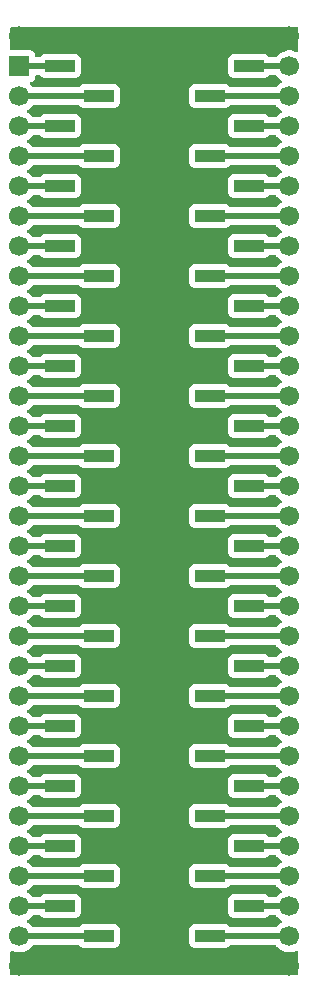
<source format=gbl>
G04 #@! TF.GenerationSoftware,KiCad,Pcbnew,9.0.6*
G04 #@! TF.CreationDate,2026-01-07T14:27:30-06:00*
G04 #@! TF.ProjectId,QFN-60_7x7_P0.4,51464e2d-3630-45f3-9778-375f50302e34,rev?*
G04 #@! TF.SameCoordinates,Original*
G04 #@! TF.FileFunction,Copper,L2,Bot*
G04 #@! TF.FilePolarity,Positive*
%FSLAX46Y46*%
G04 Gerber Fmt 4.6, Leading zero omitted, Abs format (unit mm)*
G04 Created by KiCad (PCBNEW 9.0.6) date 2026-01-07 14:27:30*
%MOMM*%
%LPD*%
G01*
G04 APERTURE LIST*
G04 Aperture macros list*
%AMRotRect*
0 Rectangle, with rotation*
0 The origin of the aperture is its center*
0 $1 length*
0 $2 width*
0 $3 Rotation angle, in degrees counterclockwise*
0 Add horizontal line*
21,1,$1,$2,0,0,$3*%
G04 Aperture macros list end*
G04 #@! TA.AperFunction,HeatsinkPad*
%ADD10C,0.500000*%
G04 #@! TD*
G04 #@! TA.AperFunction,HeatsinkPad*
%ADD11RotRect,3.400000X3.400000X315.000000*%
G04 #@! TD*
G04 #@! TA.AperFunction,ComponentPad*
%ADD12C,1.700000*%
G04 #@! TD*
G04 #@! TA.AperFunction,ComponentPad*
%ADD13R,1.700000X1.700000*%
G04 #@! TD*
G04 #@! TA.AperFunction,SMDPad,CuDef*
%ADD14R,2.510000X1.000000*%
G04 #@! TD*
G04 #@! TA.AperFunction,ViaPad*
%ADD15C,0.600000*%
G04 #@! TD*
G04 #@! TA.AperFunction,Conductor*
%ADD16C,0.500000*%
G04 #@! TD*
G04 APERTURE END LIST*
D10*
X138430000Y-118754069D03*
X137404695Y-119779374D03*
X136379390Y-120804679D03*
X139455305Y-119779374D03*
X138430000Y-120804679D03*
D11*
X138430000Y-120804679D03*
D10*
X137404695Y-121829984D03*
X140480610Y-120804679D03*
X139455305Y-121829984D03*
X138430000Y-122855289D03*
D12*
X127000000Y-81424250D03*
D13*
X127000000Y-83964250D03*
D12*
X127000000Y-86504250D03*
X127000000Y-89044250D03*
X127000000Y-91584250D03*
X127000000Y-94124250D03*
X127000000Y-96664250D03*
X127000000Y-99204250D03*
X127000000Y-101744250D03*
X127000000Y-104284250D03*
X127000000Y-106824250D03*
X127000000Y-109364250D03*
X127000000Y-111904250D03*
X127000000Y-114444250D03*
X127000000Y-116984250D03*
X127000000Y-119524250D03*
X127000000Y-122064250D03*
X127000000Y-124604250D03*
X127000000Y-127144250D03*
X127000000Y-129684250D03*
X127000000Y-132224250D03*
X127000000Y-134764250D03*
X127000000Y-137304250D03*
X127000000Y-139844250D03*
X127000000Y-142384250D03*
X127000000Y-144924250D03*
X127000000Y-147464250D03*
X127000000Y-150004250D03*
X127000000Y-152544250D03*
X127000000Y-155084250D03*
X127000000Y-157624250D03*
X127000000Y-160164250D03*
X149860000Y-81424250D03*
X149860000Y-83964250D03*
X149860000Y-86504250D03*
X149860000Y-89044250D03*
X149860000Y-91584250D03*
X149860000Y-94124250D03*
X149860000Y-96664250D03*
X149860000Y-99204250D03*
X149860000Y-101744250D03*
X149860000Y-104284250D03*
X149860000Y-106824250D03*
X149860000Y-109364250D03*
X149860000Y-111904250D03*
X149860000Y-114444250D03*
X149860000Y-116984250D03*
X149860000Y-119524250D03*
X149860000Y-122064250D03*
X149860000Y-124604250D03*
X149860000Y-127144250D03*
X149860000Y-129684250D03*
X149860000Y-132224250D03*
X149860000Y-134764250D03*
X149860000Y-137304250D03*
X149860000Y-139844250D03*
X149860000Y-142384250D03*
X149860000Y-144924250D03*
X149860000Y-147464250D03*
X149860000Y-150004250D03*
X149860000Y-152544250D03*
X149860000Y-155084250D03*
X149860000Y-157624250D03*
X149860000Y-160164250D03*
D14*
X133735000Y-81407000D03*
X130425000Y-83947000D03*
X133735000Y-86487000D03*
X130425000Y-89027000D03*
X133735000Y-91567000D03*
X130425000Y-94107000D03*
X133735000Y-96647000D03*
X130425000Y-99187000D03*
X133735000Y-101727000D03*
X130425000Y-104267000D03*
X133735000Y-106807000D03*
X130425000Y-109347000D03*
X133735000Y-111887000D03*
X130425000Y-114427000D03*
X133735000Y-116967000D03*
X130425000Y-119507000D03*
X133735000Y-122047000D03*
X130425000Y-124587000D03*
X133735000Y-127127000D03*
X130425000Y-129667000D03*
X133735000Y-132207000D03*
X130425000Y-134747000D03*
X133735000Y-137287000D03*
X130425000Y-139827000D03*
X133735000Y-142367000D03*
X130425000Y-144907000D03*
X133735000Y-147447000D03*
X130425000Y-149987000D03*
X133735000Y-152527000D03*
X130425000Y-155067000D03*
X133735000Y-157607000D03*
X130425000Y-160147000D03*
X143125000Y-81407000D03*
X146435000Y-83947000D03*
X143125000Y-86487000D03*
X146435000Y-89027000D03*
X143125000Y-91567000D03*
X146435000Y-94107000D03*
X143125000Y-96647000D03*
X146435000Y-99187000D03*
X143125000Y-101727000D03*
X146435000Y-104267000D03*
X143125000Y-106807000D03*
X146435000Y-109347000D03*
X143125000Y-111887000D03*
X146435000Y-114427000D03*
X143125000Y-116967000D03*
X146435000Y-119507000D03*
X143125000Y-122047000D03*
X146435000Y-124587000D03*
X143125000Y-127127000D03*
X146435000Y-129667000D03*
X143125000Y-132207000D03*
X146435000Y-134747000D03*
X143125000Y-137287000D03*
X146435000Y-139827000D03*
X143125000Y-142367000D03*
X146435000Y-144907000D03*
X143125000Y-147447000D03*
X146435000Y-149987000D03*
X143125000Y-152527000D03*
X146435000Y-155067000D03*
X143125000Y-157607000D03*
X146435000Y-160147000D03*
D15*
X138430000Y-126238000D03*
X138430000Y-94361000D03*
X138430000Y-147320000D03*
X138430000Y-115443000D03*
D16*
X129789000Y-150004250D02*
X127000000Y-150004250D01*
X127000000Y-106824250D02*
X133099000Y-106824250D01*
X129789000Y-89044250D02*
X127000000Y-89044250D01*
X127000000Y-96664250D02*
X133099000Y-96664250D01*
X127000000Y-101744250D02*
X133099000Y-101744250D01*
X129789000Y-83964250D02*
X127000000Y-83964250D01*
X143125000Y-157607000D02*
X149842750Y-157607000D01*
X149842750Y-157607000D02*
X149860000Y-157624250D01*
X129789000Y-99204250D02*
X127000000Y-99204250D01*
X127000000Y-152544250D02*
X133099000Y-152544250D01*
X133099000Y-86504250D02*
X127000000Y-86504250D01*
X149842750Y-155067000D02*
X149860000Y-155084250D01*
X146435000Y-155067000D02*
X149842750Y-155067000D01*
X127000000Y-142384250D02*
X133099000Y-142384250D01*
X129789000Y-139844250D02*
X127000000Y-139844250D01*
X129789000Y-129684250D02*
X127000000Y-129684250D01*
X127000000Y-132224250D02*
X133099000Y-132224250D01*
X127000000Y-127144250D02*
X133099000Y-127144250D01*
X129789000Y-104284250D02*
X127000000Y-104284250D01*
X127000000Y-116984250D02*
X133099000Y-116984250D01*
X149842750Y-149987000D02*
X149860000Y-150004250D01*
X146435000Y-149987000D02*
X149842750Y-149987000D01*
X127000000Y-147464250D02*
X133099000Y-147464250D01*
X129789000Y-134764250D02*
X127000000Y-134764250D01*
X127000000Y-122064250D02*
X133099000Y-122064250D01*
X129789000Y-155084250D02*
X127000000Y-155084250D01*
X129789000Y-119524250D02*
X127000000Y-119524250D01*
X129789000Y-144924250D02*
X127000000Y-144924250D01*
X127000000Y-157624250D02*
X133099000Y-157624250D01*
X143125000Y-152527000D02*
X149842750Y-152527000D01*
X149842750Y-152527000D02*
X149860000Y-152544250D01*
X129789000Y-124604250D02*
X127000000Y-124604250D01*
X129789000Y-94124250D02*
X127000000Y-94124250D01*
X127000000Y-91584250D02*
X133099000Y-91584250D01*
X129789000Y-114444250D02*
X127000000Y-114444250D01*
X127000000Y-111904250D02*
X133099000Y-111904250D01*
X129789000Y-109364250D02*
X127000000Y-109364250D01*
X127000000Y-137304250D02*
X133099000Y-137304250D01*
X149842750Y-104267000D02*
X149860000Y-104284250D01*
X146435000Y-104267000D02*
X149842750Y-104267000D01*
X149842750Y-127127000D02*
X149860000Y-127144250D01*
X143125000Y-127127000D02*
X149842750Y-127127000D01*
X149842750Y-134747000D02*
X149860000Y-134764250D01*
X146435000Y-134747000D02*
X149842750Y-134747000D01*
X149842750Y-94107000D02*
X149860000Y-94124250D01*
X146435000Y-94107000D02*
X149842750Y-94107000D01*
X149842750Y-91567000D02*
X149860000Y-91584250D01*
X143125000Y-91567000D02*
X149842750Y-91567000D01*
X143125000Y-86487000D02*
X149842750Y-86487000D01*
X149842750Y-86487000D02*
X149860000Y-86504250D01*
X149842750Y-99187000D02*
X149860000Y-99204250D01*
X146435000Y-99187000D02*
X149842750Y-99187000D01*
X143125000Y-132207000D02*
X149842750Y-132207000D01*
X149842750Y-132207000D02*
X149860000Y-132224250D01*
X146435000Y-83947000D02*
X149842750Y-83947000D01*
X149842750Y-83947000D02*
X149860000Y-83964250D01*
X149842750Y-96647000D02*
X149860000Y-96664250D01*
X143125000Y-96647000D02*
X149842750Y-96647000D01*
X146435000Y-114427000D02*
X149842750Y-114427000D01*
X149842750Y-114427000D02*
X149860000Y-114444250D01*
X149842750Y-147447000D02*
X149860000Y-147464250D01*
X143125000Y-147447000D02*
X149842750Y-147447000D01*
X149842750Y-142367000D02*
X149860000Y-142384250D01*
X143125000Y-142367000D02*
X149842750Y-142367000D01*
X143125000Y-101727000D02*
X149842750Y-101727000D01*
X149842750Y-101727000D02*
X149860000Y-101744250D01*
X143125000Y-106807000D02*
X149842750Y-106807000D01*
X149842750Y-106807000D02*
X149860000Y-106824250D01*
X143125000Y-111887000D02*
X149842750Y-111887000D01*
X149842750Y-111887000D02*
X149860000Y-111904250D01*
X143125000Y-122047000D02*
X149842750Y-122047000D01*
X149842750Y-122047000D02*
X149860000Y-122064250D01*
X149842750Y-116967000D02*
X149860000Y-116984250D01*
X143125000Y-116967000D02*
X149842750Y-116967000D01*
X143125000Y-137287000D02*
X149842750Y-137287000D01*
X149842750Y-137287000D02*
X149860000Y-137304250D01*
X149842750Y-119507000D02*
X149860000Y-119524250D01*
X146435000Y-119507000D02*
X149842750Y-119507000D01*
X149842750Y-124587000D02*
X149860000Y-124604250D01*
X146435000Y-124587000D02*
X149842750Y-124587000D01*
X149842750Y-89027000D02*
X149860000Y-89044250D01*
X146435000Y-89027000D02*
X149842750Y-89027000D01*
X149842750Y-129667000D02*
X149860000Y-129684250D01*
X146435000Y-129667000D02*
X149842750Y-129667000D01*
X146435000Y-139827000D02*
X149842750Y-139827000D01*
X149842750Y-139827000D02*
X149860000Y-139844250D01*
X127000000Y-160164250D02*
X129789000Y-160164250D01*
X133099000Y-81424250D02*
X127000000Y-81424250D01*
X149842750Y-160147000D02*
X149860000Y-160164250D01*
X149842750Y-81407000D02*
X149860000Y-81424250D01*
X143125000Y-81407000D02*
X149842750Y-81407000D01*
X146435000Y-160147000D02*
X149842750Y-160147000D01*
X146435000Y-144907000D02*
X149842750Y-144907000D01*
X149842750Y-144907000D02*
X149860000Y-144924250D01*
X146435000Y-109347000D02*
X149842750Y-109347000D01*
X149842750Y-109347000D02*
X149860000Y-109364250D01*
G04 #@! TA.AperFunction,Conductor*
G36*
X150572539Y-80657185D02*
G01*
X150618294Y-80709989D01*
X150629500Y-80761500D01*
X150629500Y-82638278D01*
X150609815Y-82705317D01*
X150557011Y-82751072D01*
X150487853Y-82761016D01*
X150449206Y-82748763D01*
X150378417Y-82712695D01*
X150378414Y-82712694D01*
X150378412Y-82712693D01*
X150176243Y-82647004D01*
X150176241Y-82647003D01*
X150176240Y-82647003D01*
X150014957Y-82621458D01*
X149966287Y-82613750D01*
X149753713Y-82613750D01*
X149705042Y-82621458D01*
X149543760Y-82647003D01*
X149341585Y-82712694D01*
X149152179Y-82809201D01*
X148980213Y-82934140D01*
X148829892Y-83084461D01*
X148785631Y-83145384D01*
X148730301Y-83188051D01*
X148685312Y-83196500D01*
X148189751Y-83196500D01*
X148122712Y-83176815D01*
X148090485Y-83146812D01*
X148059939Y-83106009D01*
X148047546Y-83089454D01*
X148016722Y-83066379D01*
X147932335Y-83003206D01*
X147932328Y-83003202D01*
X147797482Y-82952908D01*
X147797483Y-82952908D01*
X147737883Y-82946501D01*
X147737881Y-82946500D01*
X147737873Y-82946500D01*
X147737864Y-82946500D01*
X145132129Y-82946500D01*
X145132123Y-82946501D01*
X145072516Y-82952908D01*
X144937671Y-83003202D01*
X144937664Y-83003206D01*
X144822455Y-83089452D01*
X144822452Y-83089455D01*
X144736206Y-83204664D01*
X144736202Y-83204671D01*
X144685908Y-83339517D01*
X144679501Y-83399116D01*
X144679501Y-83399123D01*
X144679500Y-83399135D01*
X144679500Y-84494870D01*
X144679501Y-84494876D01*
X144685908Y-84554483D01*
X144736202Y-84689328D01*
X144736206Y-84689335D01*
X144822452Y-84804544D01*
X144822455Y-84804547D01*
X144937664Y-84890793D01*
X144937671Y-84890797D01*
X145072517Y-84941091D01*
X145072516Y-84941091D01*
X145079444Y-84941835D01*
X145132127Y-84947500D01*
X147737872Y-84947499D01*
X147797483Y-84941091D01*
X147932331Y-84890796D01*
X148047546Y-84804546D01*
X148082730Y-84757547D01*
X148090485Y-84747188D01*
X148146419Y-84705318D01*
X148189751Y-84697500D01*
X148660247Y-84697500D01*
X148727286Y-84717185D01*
X148760564Y-84748614D01*
X148772061Y-84764438D01*
X148829892Y-84844038D01*
X148980213Y-84994359D01*
X149152182Y-85119300D01*
X149160946Y-85123766D01*
X149211742Y-85171741D01*
X149228536Y-85239562D01*
X149205998Y-85305697D01*
X149160946Y-85344734D01*
X149152182Y-85349199D01*
X148980213Y-85474140D01*
X148829892Y-85624461D01*
X148785631Y-85685384D01*
X148730301Y-85728051D01*
X148685312Y-85736500D01*
X144879751Y-85736500D01*
X144812712Y-85716815D01*
X144780485Y-85686812D01*
X144737548Y-85629457D01*
X144737546Y-85629454D01*
X144730872Y-85624458D01*
X144622335Y-85543206D01*
X144622328Y-85543202D01*
X144487482Y-85492908D01*
X144487483Y-85492908D01*
X144427883Y-85486501D01*
X144427881Y-85486500D01*
X144427873Y-85486500D01*
X144427864Y-85486500D01*
X141822129Y-85486500D01*
X141822123Y-85486501D01*
X141762516Y-85492908D01*
X141627671Y-85543202D01*
X141627664Y-85543206D01*
X141512455Y-85629452D01*
X141512452Y-85629455D01*
X141426206Y-85744664D01*
X141426202Y-85744671D01*
X141375908Y-85879517D01*
X141369501Y-85939116D01*
X141369501Y-85939123D01*
X141369500Y-85939135D01*
X141369500Y-87034870D01*
X141369501Y-87034876D01*
X141375908Y-87094483D01*
X141426202Y-87229328D01*
X141426206Y-87229335D01*
X141512452Y-87344544D01*
X141512455Y-87344547D01*
X141627664Y-87430793D01*
X141627671Y-87430797D01*
X141762517Y-87481091D01*
X141762516Y-87481091D01*
X141769444Y-87481835D01*
X141822127Y-87487500D01*
X144427872Y-87487499D01*
X144487483Y-87481091D01*
X144622331Y-87430796D01*
X144737546Y-87344546D01*
X144767571Y-87304438D01*
X144780485Y-87287188D01*
X144836419Y-87245318D01*
X144879751Y-87237500D01*
X148660247Y-87237500D01*
X148727286Y-87257185D01*
X148760566Y-87288616D01*
X148829892Y-87384038D01*
X148980213Y-87534359D01*
X149152182Y-87659300D01*
X149160946Y-87663766D01*
X149211742Y-87711741D01*
X149228536Y-87779562D01*
X149205998Y-87845697D01*
X149160946Y-87884734D01*
X149152182Y-87889199D01*
X148980213Y-88014140D01*
X148829892Y-88164461D01*
X148785631Y-88225384D01*
X148730301Y-88268051D01*
X148685312Y-88276500D01*
X148189751Y-88276500D01*
X148122712Y-88256815D01*
X148090485Y-88226812D01*
X148047548Y-88169457D01*
X148047546Y-88169454D01*
X148040872Y-88164458D01*
X147932335Y-88083206D01*
X147932328Y-88083202D01*
X147797482Y-88032908D01*
X147797483Y-88032908D01*
X147737883Y-88026501D01*
X147737881Y-88026500D01*
X147737873Y-88026500D01*
X147737864Y-88026500D01*
X145132129Y-88026500D01*
X145132123Y-88026501D01*
X145072516Y-88032908D01*
X144937671Y-88083202D01*
X144937664Y-88083206D01*
X144822455Y-88169452D01*
X144822452Y-88169455D01*
X144736206Y-88284664D01*
X144736202Y-88284671D01*
X144685908Y-88419517D01*
X144679501Y-88479116D01*
X144679501Y-88479123D01*
X144679500Y-88479135D01*
X144679500Y-89574870D01*
X144679501Y-89574876D01*
X144685908Y-89634483D01*
X144736202Y-89769328D01*
X144736206Y-89769335D01*
X144822452Y-89884544D01*
X144822455Y-89884547D01*
X144937664Y-89970793D01*
X144937671Y-89970797D01*
X145072517Y-90021091D01*
X145072516Y-90021091D01*
X145079444Y-90021835D01*
X145132127Y-90027500D01*
X147737872Y-90027499D01*
X147797483Y-90021091D01*
X147932331Y-89970796D01*
X148047546Y-89884546D01*
X148077571Y-89844438D01*
X148090485Y-89827188D01*
X148146419Y-89785318D01*
X148189751Y-89777500D01*
X148660247Y-89777500D01*
X148727286Y-89797185D01*
X148760566Y-89828616D01*
X148829892Y-89924038D01*
X148980213Y-90074359D01*
X149152182Y-90199300D01*
X149160946Y-90203766D01*
X149211742Y-90251741D01*
X149228536Y-90319562D01*
X149205998Y-90385697D01*
X149160946Y-90424734D01*
X149152182Y-90429199D01*
X148980213Y-90554140D01*
X148829892Y-90704461D01*
X148785631Y-90765384D01*
X148730301Y-90808051D01*
X148685312Y-90816500D01*
X144879751Y-90816500D01*
X144812712Y-90796815D01*
X144780485Y-90766812D01*
X144737548Y-90709457D01*
X144737546Y-90709454D01*
X144730872Y-90704458D01*
X144622335Y-90623206D01*
X144622328Y-90623202D01*
X144487482Y-90572908D01*
X144487483Y-90572908D01*
X144427883Y-90566501D01*
X144427881Y-90566500D01*
X144427873Y-90566500D01*
X144427864Y-90566500D01*
X141822129Y-90566500D01*
X141822123Y-90566501D01*
X141762516Y-90572908D01*
X141627671Y-90623202D01*
X141627664Y-90623206D01*
X141512455Y-90709452D01*
X141512452Y-90709455D01*
X141426206Y-90824664D01*
X141426202Y-90824671D01*
X141375908Y-90959517D01*
X141369501Y-91019116D01*
X141369501Y-91019123D01*
X141369500Y-91019135D01*
X141369500Y-92114870D01*
X141369501Y-92114876D01*
X141375908Y-92174483D01*
X141426202Y-92309328D01*
X141426206Y-92309335D01*
X141512452Y-92424544D01*
X141512455Y-92424547D01*
X141627664Y-92510793D01*
X141627671Y-92510797D01*
X141762517Y-92561091D01*
X141762516Y-92561091D01*
X141769444Y-92561835D01*
X141822127Y-92567500D01*
X144427872Y-92567499D01*
X144487483Y-92561091D01*
X144622331Y-92510796D01*
X144737546Y-92424546D01*
X144767571Y-92384438D01*
X144780485Y-92367188D01*
X144836419Y-92325318D01*
X144879751Y-92317500D01*
X148660247Y-92317500D01*
X148727286Y-92337185D01*
X148760566Y-92368616D01*
X148829892Y-92464038D01*
X148980213Y-92614359D01*
X149152182Y-92739300D01*
X149160946Y-92743766D01*
X149211742Y-92791741D01*
X149228536Y-92859562D01*
X149205998Y-92925697D01*
X149160946Y-92964734D01*
X149152182Y-92969199D01*
X148980213Y-93094140D01*
X148829892Y-93244461D01*
X148785631Y-93305384D01*
X148730301Y-93348051D01*
X148685312Y-93356500D01*
X148189751Y-93356500D01*
X148122712Y-93336815D01*
X148090485Y-93306812D01*
X148047548Y-93249457D01*
X148047546Y-93249454D01*
X148040872Y-93244458D01*
X147932335Y-93163206D01*
X147932328Y-93163202D01*
X147797482Y-93112908D01*
X147797483Y-93112908D01*
X147737883Y-93106501D01*
X147737881Y-93106500D01*
X147737873Y-93106500D01*
X147737864Y-93106500D01*
X145132129Y-93106500D01*
X145132123Y-93106501D01*
X145072516Y-93112908D01*
X144937671Y-93163202D01*
X144937664Y-93163206D01*
X144822455Y-93249452D01*
X144822452Y-93249455D01*
X144736206Y-93364664D01*
X144736202Y-93364671D01*
X144685908Y-93499517D01*
X144679501Y-93559116D01*
X144679501Y-93559123D01*
X144679500Y-93559135D01*
X144679500Y-94654870D01*
X144679501Y-94654876D01*
X144685908Y-94714483D01*
X144736202Y-94849328D01*
X144736206Y-94849335D01*
X144822452Y-94964544D01*
X144822455Y-94964547D01*
X144937664Y-95050793D01*
X144937671Y-95050797D01*
X145072517Y-95101091D01*
X145072516Y-95101091D01*
X145079444Y-95101835D01*
X145132127Y-95107500D01*
X147737872Y-95107499D01*
X147797483Y-95101091D01*
X147932331Y-95050796D01*
X148047546Y-94964546D01*
X148077571Y-94924438D01*
X148090485Y-94907188D01*
X148146419Y-94865318D01*
X148189751Y-94857500D01*
X148660247Y-94857500D01*
X148727286Y-94877185D01*
X148760566Y-94908616D01*
X148829892Y-95004038D01*
X148980213Y-95154359D01*
X149152182Y-95279300D01*
X149160946Y-95283766D01*
X149211742Y-95331741D01*
X149228536Y-95399562D01*
X149205998Y-95465697D01*
X149160946Y-95504734D01*
X149152182Y-95509199D01*
X148980213Y-95634140D01*
X148829892Y-95784461D01*
X148785631Y-95845384D01*
X148730301Y-95888051D01*
X148685312Y-95896500D01*
X144879751Y-95896500D01*
X144812712Y-95876815D01*
X144780485Y-95846812D01*
X144737548Y-95789457D01*
X144737546Y-95789454D01*
X144730872Y-95784458D01*
X144622335Y-95703206D01*
X144622328Y-95703202D01*
X144487482Y-95652908D01*
X144487483Y-95652908D01*
X144427883Y-95646501D01*
X144427881Y-95646500D01*
X144427873Y-95646500D01*
X144427864Y-95646500D01*
X141822129Y-95646500D01*
X141822123Y-95646501D01*
X141762516Y-95652908D01*
X141627671Y-95703202D01*
X141627664Y-95703206D01*
X141512455Y-95789452D01*
X141512452Y-95789455D01*
X141426206Y-95904664D01*
X141426202Y-95904671D01*
X141375908Y-96039517D01*
X141369501Y-96099116D01*
X141369501Y-96099123D01*
X141369500Y-96099135D01*
X141369500Y-97194870D01*
X141369501Y-97194876D01*
X141375908Y-97254483D01*
X141426202Y-97389328D01*
X141426206Y-97389335D01*
X141512452Y-97504544D01*
X141512455Y-97504547D01*
X141627664Y-97590793D01*
X141627671Y-97590797D01*
X141762517Y-97641091D01*
X141762516Y-97641091D01*
X141769444Y-97641835D01*
X141822127Y-97647500D01*
X144427872Y-97647499D01*
X144487483Y-97641091D01*
X144622331Y-97590796D01*
X144737546Y-97504546D01*
X144767571Y-97464438D01*
X144780485Y-97447188D01*
X144836419Y-97405318D01*
X144879751Y-97397500D01*
X148660247Y-97397500D01*
X148727286Y-97417185D01*
X148760566Y-97448616D01*
X148829892Y-97544038D01*
X148980213Y-97694359D01*
X149152182Y-97819300D01*
X149160946Y-97823766D01*
X149211742Y-97871741D01*
X149228536Y-97939562D01*
X149205998Y-98005697D01*
X149160946Y-98044734D01*
X149152182Y-98049199D01*
X148980213Y-98174140D01*
X148829892Y-98324461D01*
X148785631Y-98385384D01*
X148730301Y-98428051D01*
X148685312Y-98436500D01*
X148189751Y-98436500D01*
X148122712Y-98416815D01*
X148090485Y-98386812D01*
X148047548Y-98329457D01*
X148047546Y-98329454D01*
X148040872Y-98324458D01*
X147932335Y-98243206D01*
X147932328Y-98243202D01*
X147797482Y-98192908D01*
X147797483Y-98192908D01*
X147737883Y-98186501D01*
X147737881Y-98186500D01*
X147737873Y-98186500D01*
X147737864Y-98186500D01*
X145132129Y-98186500D01*
X145132123Y-98186501D01*
X145072516Y-98192908D01*
X144937671Y-98243202D01*
X144937664Y-98243206D01*
X144822455Y-98329452D01*
X144822452Y-98329455D01*
X144736206Y-98444664D01*
X144736202Y-98444671D01*
X144685908Y-98579517D01*
X144679501Y-98639116D01*
X144679501Y-98639123D01*
X144679500Y-98639135D01*
X144679500Y-99734870D01*
X144679501Y-99734876D01*
X144685908Y-99794483D01*
X144736202Y-99929328D01*
X144736206Y-99929335D01*
X144822452Y-100044544D01*
X144822455Y-100044547D01*
X144937664Y-100130793D01*
X144937671Y-100130797D01*
X145072517Y-100181091D01*
X145072516Y-100181091D01*
X145079444Y-100181835D01*
X145132127Y-100187500D01*
X147737872Y-100187499D01*
X147797483Y-100181091D01*
X147932331Y-100130796D01*
X148047546Y-100044546D01*
X148077571Y-100004438D01*
X148090485Y-99987188D01*
X148146419Y-99945318D01*
X148189751Y-99937500D01*
X148660247Y-99937500D01*
X148727286Y-99957185D01*
X148760566Y-99988616D01*
X148829892Y-100084038D01*
X148980213Y-100234359D01*
X149152182Y-100359300D01*
X149160946Y-100363766D01*
X149211742Y-100411741D01*
X149228536Y-100479562D01*
X149205998Y-100545697D01*
X149160946Y-100584734D01*
X149152182Y-100589199D01*
X148980213Y-100714140D01*
X148829892Y-100864461D01*
X148785631Y-100925384D01*
X148730301Y-100968051D01*
X148685312Y-100976500D01*
X144879751Y-100976500D01*
X144812712Y-100956815D01*
X144780485Y-100926812D01*
X144737548Y-100869457D01*
X144737546Y-100869454D01*
X144730872Y-100864458D01*
X144622335Y-100783206D01*
X144622328Y-100783202D01*
X144487482Y-100732908D01*
X144487483Y-100732908D01*
X144427883Y-100726501D01*
X144427881Y-100726500D01*
X144427873Y-100726500D01*
X144427864Y-100726500D01*
X141822129Y-100726500D01*
X141822123Y-100726501D01*
X141762516Y-100732908D01*
X141627671Y-100783202D01*
X141627664Y-100783206D01*
X141512455Y-100869452D01*
X141512452Y-100869455D01*
X141426206Y-100984664D01*
X141426202Y-100984671D01*
X141375908Y-101119517D01*
X141369501Y-101179116D01*
X141369501Y-101179123D01*
X141369500Y-101179135D01*
X141369500Y-102274870D01*
X141369501Y-102274876D01*
X141375908Y-102334483D01*
X141426202Y-102469328D01*
X141426206Y-102469335D01*
X141512452Y-102584544D01*
X141512455Y-102584547D01*
X141627664Y-102670793D01*
X141627671Y-102670797D01*
X141762517Y-102721091D01*
X141762516Y-102721091D01*
X141769444Y-102721835D01*
X141822127Y-102727500D01*
X144427872Y-102727499D01*
X144487483Y-102721091D01*
X144622331Y-102670796D01*
X144737546Y-102584546D01*
X144767571Y-102544438D01*
X144780485Y-102527188D01*
X144836419Y-102485318D01*
X144879751Y-102477500D01*
X148660247Y-102477500D01*
X148727286Y-102497185D01*
X148760566Y-102528616D01*
X148829892Y-102624038D01*
X148980213Y-102774359D01*
X149152182Y-102899300D01*
X149160946Y-102903766D01*
X149211742Y-102951741D01*
X149228536Y-103019562D01*
X149205998Y-103085697D01*
X149160946Y-103124734D01*
X149152182Y-103129199D01*
X148980213Y-103254140D01*
X148829892Y-103404461D01*
X148785631Y-103465384D01*
X148730301Y-103508051D01*
X148685312Y-103516500D01*
X148189751Y-103516500D01*
X148122712Y-103496815D01*
X148090485Y-103466812D01*
X148047548Y-103409457D01*
X148047546Y-103409454D01*
X148040872Y-103404458D01*
X147932335Y-103323206D01*
X147932328Y-103323202D01*
X147797482Y-103272908D01*
X147797483Y-103272908D01*
X147737883Y-103266501D01*
X147737881Y-103266500D01*
X147737873Y-103266500D01*
X147737864Y-103266500D01*
X145132129Y-103266500D01*
X145132123Y-103266501D01*
X145072516Y-103272908D01*
X144937671Y-103323202D01*
X144937664Y-103323206D01*
X144822455Y-103409452D01*
X144822452Y-103409455D01*
X144736206Y-103524664D01*
X144736202Y-103524671D01*
X144685908Y-103659517D01*
X144679501Y-103719116D01*
X144679501Y-103719123D01*
X144679500Y-103719135D01*
X144679500Y-104814870D01*
X144679501Y-104814876D01*
X144685908Y-104874483D01*
X144736202Y-105009328D01*
X144736206Y-105009335D01*
X144822452Y-105124544D01*
X144822455Y-105124547D01*
X144937664Y-105210793D01*
X144937671Y-105210797D01*
X145072517Y-105261091D01*
X145072516Y-105261091D01*
X145079444Y-105261835D01*
X145132127Y-105267500D01*
X147737872Y-105267499D01*
X147797483Y-105261091D01*
X147932331Y-105210796D01*
X148047546Y-105124546D01*
X148077571Y-105084438D01*
X148090485Y-105067188D01*
X148146419Y-105025318D01*
X148189751Y-105017500D01*
X148660247Y-105017500D01*
X148727286Y-105037185D01*
X148760566Y-105068616D01*
X148829892Y-105164038D01*
X148980213Y-105314359D01*
X149152182Y-105439300D01*
X149160946Y-105443766D01*
X149211742Y-105491741D01*
X149228536Y-105559562D01*
X149205998Y-105625697D01*
X149160946Y-105664734D01*
X149152182Y-105669199D01*
X148980213Y-105794140D01*
X148829892Y-105944461D01*
X148785631Y-106005384D01*
X148730301Y-106048051D01*
X148685312Y-106056500D01*
X144879751Y-106056500D01*
X144812712Y-106036815D01*
X144780485Y-106006812D01*
X144737548Y-105949457D01*
X144737546Y-105949454D01*
X144730872Y-105944458D01*
X144622335Y-105863206D01*
X144622328Y-105863202D01*
X144487482Y-105812908D01*
X144487483Y-105812908D01*
X144427883Y-105806501D01*
X144427881Y-105806500D01*
X144427873Y-105806500D01*
X144427864Y-105806500D01*
X141822129Y-105806500D01*
X141822123Y-105806501D01*
X141762516Y-105812908D01*
X141627671Y-105863202D01*
X141627664Y-105863206D01*
X141512455Y-105949452D01*
X141512452Y-105949455D01*
X141426206Y-106064664D01*
X141426202Y-106064671D01*
X141375908Y-106199517D01*
X141369501Y-106259116D01*
X141369501Y-106259123D01*
X141369500Y-106259135D01*
X141369500Y-107354870D01*
X141369501Y-107354876D01*
X141375908Y-107414483D01*
X141426202Y-107549328D01*
X141426206Y-107549335D01*
X141512452Y-107664544D01*
X141512455Y-107664547D01*
X141627664Y-107750793D01*
X141627671Y-107750797D01*
X141762517Y-107801091D01*
X141762516Y-107801091D01*
X141769444Y-107801835D01*
X141822127Y-107807500D01*
X144427872Y-107807499D01*
X144487483Y-107801091D01*
X144622331Y-107750796D01*
X144737546Y-107664546D01*
X144767571Y-107624438D01*
X144780485Y-107607188D01*
X144836419Y-107565318D01*
X144879751Y-107557500D01*
X148660247Y-107557500D01*
X148727286Y-107577185D01*
X148760566Y-107608616D01*
X148829892Y-107704038D01*
X148980213Y-107854359D01*
X149152182Y-107979300D01*
X149160946Y-107983766D01*
X149211742Y-108031741D01*
X149228536Y-108099562D01*
X149205998Y-108165697D01*
X149160946Y-108204734D01*
X149152182Y-108209199D01*
X148980213Y-108334140D01*
X148829892Y-108484461D01*
X148785631Y-108545384D01*
X148730301Y-108588051D01*
X148685312Y-108596500D01*
X148189751Y-108596500D01*
X148122712Y-108576815D01*
X148090485Y-108546812D01*
X148047548Y-108489457D01*
X148047546Y-108489454D01*
X148040872Y-108484458D01*
X147932335Y-108403206D01*
X147932328Y-108403202D01*
X147797482Y-108352908D01*
X147797483Y-108352908D01*
X147737883Y-108346501D01*
X147737881Y-108346500D01*
X147737873Y-108346500D01*
X147737864Y-108346500D01*
X145132129Y-108346500D01*
X145132123Y-108346501D01*
X145072516Y-108352908D01*
X144937671Y-108403202D01*
X144937664Y-108403206D01*
X144822455Y-108489452D01*
X144822452Y-108489455D01*
X144736206Y-108604664D01*
X144736202Y-108604671D01*
X144685908Y-108739517D01*
X144679501Y-108799116D01*
X144679501Y-108799123D01*
X144679500Y-108799135D01*
X144679500Y-109894870D01*
X144679501Y-109894876D01*
X144685908Y-109954483D01*
X144736202Y-110089328D01*
X144736206Y-110089335D01*
X144822452Y-110204544D01*
X144822455Y-110204547D01*
X144937664Y-110290793D01*
X144937671Y-110290797D01*
X145072517Y-110341091D01*
X145072516Y-110341091D01*
X145079444Y-110341835D01*
X145132127Y-110347500D01*
X147737872Y-110347499D01*
X147797483Y-110341091D01*
X147932331Y-110290796D01*
X148047546Y-110204546D01*
X148077571Y-110164438D01*
X148090485Y-110147188D01*
X148146419Y-110105318D01*
X148189751Y-110097500D01*
X148660247Y-110097500D01*
X148727286Y-110117185D01*
X148760566Y-110148616D01*
X148829892Y-110244038D01*
X148980213Y-110394359D01*
X149152182Y-110519300D01*
X149160946Y-110523766D01*
X149211742Y-110571741D01*
X149228536Y-110639562D01*
X149205998Y-110705697D01*
X149160946Y-110744734D01*
X149152182Y-110749199D01*
X148980213Y-110874140D01*
X148829892Y-111024461D01*
X148785631Y-111085384D01*
X148730301Y-111128051D01*
X148685312Y-111136500D01*
X144879751Y-111136500D01*
X144812712Y-111116815D01*
X144780485Y-111086812D01*
X144737548Y-111029457D01*
X144737546Y-111029454D01*
X144730872Y-111024458D01*
X144622335Y-110943206D01*
X144622328Y-110943202D01*
X144487482Y-110892908D01*
X144487483Y-110892908D01*
X144427883Y-110886501D01*
X144427881Y-110886500D01*
X144427873Y-110886500D01*
X144427864Y-110886500D01*
X141822129Y-110886500D01*
X141822123Y-110886501D01*
X141762516Y-110892908D01*
X141627671Y-110943202D01*
X141627664Y-110943206D01*
X141512455Y-111029452D01*
X141512452Y-111029455D01*
X141426206Y-111144664D01*
X141426202Y-111144671D01*
X141375908Y-111279517D01*
X141369501Y-111339116D01*
X141369501Y-111339123D01*
X141369500Y-111339135D01*
X141369500Y-112434870D01*
X141369501Y-112434876D01*
X141375908Y-112494483D01*
X141426202Y-112629328D01*
X141426206Y-112629335D01*
X141512452Y-112744544D01*
X141512455Y-112744547D01*
X141627664Y-112830793D01*
X141627671Y-112830797D01*
X141762517Y-112881091D01*
X141762516Y-112881091D01*
X141769444Y-112881835D01*
X141822127Y-112887500D01*
X144427872Y-112887499D01*
X144487483Y-112881091D01*
X144622331Y-112830796D01*
X144737546Y-112744546D01*
X144767571Y-112704438D01*
X144780485Y-112687188D01*
X144836419Y-112645318D01*
X144879751Y-112637500D01*
X148660247Y-112637500D01*
X148727286Y-112657185D01*
X148760566Y-112688616D01*
X148829892Y-112784038D01*
X148980213Y-112934359D01*
X149152182Y-113059300D01*
X149160946Y-113063766D01*
X149211742Y-113111741D01*
X149228536Y-113179562D01*
X149205998Y-113245697D01*
X149160946Y-113284734D01*
X149152182Y-113289199D01*
X148980213Y-113414140D01*
X148829892Y-113564461D01*
X148785631Y-113625384D01*
X148730301Y-113668051D01*
X148685312Y-113676500D01*
X148189751Y-113676500D01*
X148122712Y-113656815D01*
X148090485Y-113626812D01*
X148047548Y-113569457D01*
X148047546Y-113569454D01*
X148040872Y-113564458D01*
X147932335Y-113483206D01*
X147932328Y-113483202D01*
X147797482Y-113432908D01*
X147797483Y-113432908D01*
X147737883Y-113426501D01*
X147737881Y-113426500D01*
X147737873Y-113426500D01*
X147737864Y-113426500D01*
X145132129Y-113426500D01*
X145132123Y-113426501D01*
X145072516Y-113432908D01*
X144937671Y-113483202D01*
X144937664Y-113483206D01*
X144822455Y-113569452D01*
X144822452Y-113569455D01*
X144736206Y-113684664D01*
X144736202Y-113684671D01*
X144685908Y-113819517D01*
X144679501Y-113879116D01*
X144679501Y-113879123D01*
X144679500Y-113879135D01*
X144679500Y-114974870D01*
X144679501Y-114974876D01*
X144685908Y-115034483D01*
X144736202Y-115169328D01*
X144736206Y-115169335D01*
X144822452Y-115284544D01*
X144822455Y-115284547D01*
X144937664Y-115370793D01*
X144937671Y-115370797D01*
X145072517Y-115421091D01*
X145072516Y-115421091D01*
X145079444Y-115421835D01*
X145132127Y-115427500D01*
X147737872Y-115427499D01*
X147797483Y-115421091D01*
X147932331Y-115370796D01*
X148047546Y-115284546D01*
X148077571Y-115244438D01*
X148090485Y-115227188D01*
X148146419Y-115185318D01*
X148189751Y-115177500D01*
X148660247Y-115177500D01*
X148727286Y-115197185D01*
X148760566Y-115228616D01*
X148829892Y-115324038D01*
X148980213Y-115474359D01*
X149152182Y-115599300D01*
X149160946Y-115603766D01*
X149211742Y-115651741D01*
X149228536Y-115719562D01*
X149205998Y-115785697D01*
X149160946Y-115824734D01*
X149152182Y-115829199D01*
X148980213Y-115954140D01*
X148829892Y-116104461D01*
X148785631Y-116165384D01*
X148730301Y-116208051D01*
X148685312Y-116216500D01*
X144879751Y-116216500D01*
X144812712Y-116196815D01*
X144780485Y-116166812D01*
X144737548Y-116109457D01*
X144737546Y-116109454D01*
X144730872Y-116104458D01*
X144622335Y-116023206D01*
X144622328Y-116023202D01*
X144487482Y-115972908D01*
X144487483Y-115972908D01*
X144427883Y-115966501D01*
X144427881Y-115966500D01*
X144427873Y-115966500D01*
X144427864Y-115966500D01*
X141822129Y-115966500D01*
X141822123Y-115966501D01*
X141762516Y-115972908D01*
X141627671Y-116023202D01*
X141627664Y-116023206D01*
X141512455Y-116109452D01*
X141512452Y-116109455D01*
X141426206Y-116224664D01*
X141426202Y-116224671D01*
X141375908Y-116359517D01*
X141369501Y-116419116D01*
X141369501Y-116419123D01*
X141369500Y-116419135D01*
X141369500Y-117514870D01*
X141369501Y-117514876D01*
X141375908Y-117574483D01*
X141426202Y-117709328D01*
X141426206Y-117709335D01*
X141512452Y-117824544D01*
X141512455Y-117824547D01*
X141627664Y-117910793D01*
X141627671Y-117910797D01*
X141762517Y-117961091D01*
X141762516Y-117961091D01*
X141769444Y-117961835D01*
X141822127Y-117967500D01*
X144427872Y-117967499D01*
X144487483Y-117961091D01*
X144622331Y-117910796D01*
X144737546Y-117824546D01*
X144767571Y-117784438D01*
X144780485Y-117767188D01*
X144836419Y-117725318D01*
X144879751Y-117717500D01*
X148660247Y-117717500D01*
X148727286Y-117737185D01*
X148760566Y-117768616D01*
X148829892Y-117864038D01*
X148980213Y-118014359D01*
X149152182Y-118139300D01*
X149160946Y-118143766D01*
X149211742Y-118191741D01*
X149228536Y-118259562D01*
X149205998Y-118325697D01*
X149160946Y-118364734D01*
X149152182Y-118369199D01*
X148980213Y-118494140D01*
X148829892Y-118644461D01*
X148785631Y-118705384D01*
X148730301Y-118748051D01*
X148685312Y-118756500D01*
X148189751Y-118756500D01*
X148122712Y-118736815D01*
X148090485Y-118706812D01*
X148047548Y-118649457D01*
X148047546Y-118649454D01*
X148040872Y-118644458D01*
X147932335Y-118563206D01*
X147932328Y-118563202D01*
X147797482Y-118512908D01*
X147797483Y-118512908D01*
X147737883Y-118506501D01*
X147737881Y-118506500D01*
X147737873Y-118506500D01*
X147737864Y-118506500D01*
X145132129Y-118506500D01*
X145132123Y-118506501D01*
X145072516Y-118512908D01*
X144937671Y-118563202D01*
X144937664Y-118563206D01*
X144822455Y-118649452D01*
X144822452Y-118649455D01*
X144736206Y-118764664D01*
X144736202Y-118764671D01*
X144685908Y-118899517D01*
X144679501Y-118959116D01*
X144679501Y-118959123D01*
X144679500Y-118959135D01*
X144679500Y-120054870D01*
X144679501Y-120054876D01*
X144685908Y-120114483D01*
X144736202Y-120249328D01*
X144736206Y-120249335D01*
X144822452Y-120364544D01*
X144822455Y-120364547D01*
X144937664Y-120450793D01*
X144937671Y-120450797D01*
X145072517Y-120501091D01*
X145072516Y-120501091D01*
X145079444Y-120501835D01*
X145132127Y-120507500D01*
X147737872Y-120507499D01*
X147797483Y-120501091D01*
X147932331Y-120450796D01*
X148047546Y-120364546D01*
X148077571Y-120324438D01*
X148090485Y-120307188D01*
X148146419Y-120265318D01*
X148189751Y-120257500D01*
X148660247Y-120257500D01*
X148727286Y-120277185D01*
X148760566Y-120308616D01*
X148829892Y-120404038D01*
X148980213Y-120554359D01*
X149152182Y-120679300D01*
X149160946Y-120683766D01*
X149211742Y-120731741D01*
X149228536Y-120799562D01*
X149205998Y-120865697D01*
X149160946Y-120904734D01*
X149152182Y-120909199D01*
X148980213Y-121034140D01*
X148829892Y-121184461D01*
X148785631Y-121245384D01*
X148730301Y-121288051D01*
X148685312Y-121296500D01*
X144879751Y-121296500D01*
X144812712Y-121276815D01*
X144780485Y-121246812D01*
X144737548Y-121189457D01*
X144737546Y-121189454D01*
X144730872Y-121184458D01*
X144622335Y-121103206D01*
X144622328Y-121103202D01*
X144487482Y-121052908D01*
X144487483Y-121052908D01*
X144427883Y-121046501D01*
X144427881Y-121046500D01*
X144427873Y-121046500D01*
X144427864Y-121046500D01*
X141822129Y-121046500D01*
X141822123Y-121046501D01*
X141762516Y-121052908D01*
X141627671Y-121103202D01*
X141627664Y-121103206D01*
X141512455Y-121189452D01*
X141512452Y-121189455D01*
X141426206Y-121304664D01*
X141426202Y-121304671D01*
X141375908Y-121439517D01*
X141369501Y-121499116D01*
X141369501Y-121499123D01*
X141369500Y-121499135D01*
X141369500Y-122594870D01*
X141369501Y-122594876D01*
X141375908Y-122654483D01*
X141426202Y-122789328D01*
X141426206Y-122789335D01*
X141512452Y-122904544D01*
X141512455Y-122904547D01*
X141627664Y-122990793D01*
X141627671Y-122990797D01*
X141762517Y-123041091D01*
X141762516Y-123041091D01*
X141769444Y-123041835D01*
X141822127Y-123047500D01*
X144427872Y-123047499D01*
X144487483Y-123041091D01*
X144622331Y-122990796D01*
X144737546Y-122904546D01*
X144767571Y-122864438D01*
X144780485Y-122847188D01*
X144836419Y-122805318D01*
X144879751Y-122797500D01*
X148660247Y-122797500D01*
X148727286Y-122817185D01*
X148760566Y-122848616D01*
X148829892Y-122944038D01*
X148980213Y-123094359D01*
X149152182Y-123219300D01*
X149160946Y-123223766D01*
X149211742Y-123271741D01*
X149228536Y-123339562D01*
X149205998Y-123405697D01*
X149160946Y-123444734D01*
X149152182Y-123449199D01*
X148980213Y-123574140D01*
X148829892Y-123724461D01*
X148785631Y-123785384D01*
X148730301Y-123828051D01*
X148685312Y-123836500D01*
X148189751Y-123836500D01*
X148122712Y-123816815D01*
X148090485Y-123786812D01*
X148047548Y-123729457D01*
X148047546Y-123729454D01*
X148040872Y-123724458D01*
X147932335Y-123643206D01*
X147932328Y-123643202D01*
X147797482Y-123592908D01*
X147797483Y-123592908D01*
X147737883Y-123586501D01*
X147737881Y-123586500D01*
X147737873Y-123586500D01*
X147737864Y-123586500D01*
X145132129Y-123586500D01*
X145132123Y-123586501D01*
X145072516Y-123592908D01*
X144937671Y-123643202D01*
X144937664Y-123643206D01*
X144822455Y-123729452D01*
X144822452Y-123729455D01*
X144736206Y-123844664D01*
X144736202Y-123844671D01*
X144685908Y-123979517D01*
X144679501Y-124039116D01*
X144679501Y-124039123D01*
X144679500Y-124039135D01*
X144679500Y-125134870D01*
X144679501Y-125134876D01*
X144685908Y-125194483D01*
X144736202Y-125329328D01*
X144736206Y-125329335D01*
X144822452Y-125444544D01*
X144822455Y-125444547D01*
X144937664Y-125530793D01*
X144937671Y-125530797D01*
X145072517Y-125581091D01*
X145072516Y-125581091D01*
X145079444Y-125581835D01*
X145132127Y-125587500D01*
X147737872Y-125587499D01*
X147797483Y-125581091D01*
X147932331Y-125530796D01*
X148047546Y-125444546D01*
X148077571Y-125404438D01*
X148090485Y-125387188D01*
X148146419Y-125345318D01*
X148189751Y-125337500D01*
X148660247Y-125337500D01*
X148727286Y-125357185D01*
X148760566Y-125388616D01*
X148829892Y-125484038D01*
X148980213Y-125634359D01*
X149152182Y-125759300D01*
X149160946Y-125763766D01*
X149211742Y-125811741D01*
X149228536Y-125879562D01*
X149205998Y-125945697D01*
X149160946Y-125984734D01*
X149152182Y-125989199D01*
X148980213Y-126114140D01*
X148829892Y-126264461D01*
X148785631Y-126325384D01*
X148730301Y-126368051D01*
X148685312Y-126376500D01*
X144879751Y-126376500D01*
X144812712Y-126356815D01*
X144780485Y-126326812D01*
X144737548Y-126269457D01*
X144737546Y-126269454D01*
X144730872Y-126264458D01*
X144622335Y-126183206D01*
X144622328Y-126183202D01*
X144487482Y-126132908D01*
X144487483Y-126132908D01*
X144427883Y-126126501D01*
X144427881Y-126126500D01*
X144427873Y-126126500D01*
X144427864Y-126126500D01*
X141822129Y-126126500D01*
X141822123Y-126126501D01*
X141762516Y-126132908D01*
X141627671Y-126183202D01*
X141627664Y-126183206D01*
X141512455Y-126269452D01*
X141512452Y-126269455D01*
X141426206Y-126384664D01*
X141426202Y-126384671D01*
X141375908Y-126519517D01*
X141369501Y-126579116D01*
X141369501Y-126579123D01*
X141369500Y-126579135D01*
X141369500Y-127674870D01*
X141369501Y-127674876D01*
X141375908Y-127734483D01*
X141426202Y-127869328D01*
X141426206Y-127869335D01*
X141512452Y-127984544D01*
X141512455Y-127984547D01*
X141627664Y-128070793D01*
X141627671Y-128070797D01*
X141762517Y-128121091D01*
X141762516Y-128121091D01*
X141769444Y-128121835D01*
X141822127Y-128127500D01*
X144427872Y-128127499D01*
X144487483Y-128121091D01*
X144622331Y-128070796D01*
X144737546Y-127984546D01*
X144767571Y-127944438D01*
X144780485Y-127927188D01*
X144836419Y-127885318D01*
X144879751Y-127877500D01*
X148660247Y-127877500D01*
X148727286Y-127897185D01*
X148760566Y-127928616D01*
X148829892Y-128024038D01*
X148980213Y-128174359D01*
X149152182Y-128299300D01*
X149160946Y-128303766D01*
X149211742Y-128351741D01*
X149228536Y-128419562D01*
X149205998Y-128485697D01*
X149160946Y-128524734D01*
X149152182Y-128529199D01*
X148980213Y-128654140D01*
X148829892Y-128804461D01*
X148785631Y-128865384D01*
X148730301Y-128908051D01*
X148685312Y-128916500D01*
X148189751Y-128916500D01*
X148122712Y-128896815D01*
X148090485Y-128866812D01*
X148047548Y-128809457D01*
X148047546Y-128809454D01*
X148040872Y-128804458D01*
X147932335Y-128723206D01*
X147932328Y-128723202D01*
X147797482Y-128672908D01*
X147797483Y-128672908D01*
X147737883Y-128666501D01*
X147737881Y-128666500D01*
X147737873Y-128666500D01*
X147737864Y-128666500D01*
X145132129Y-128666500D01*
X145132123Y-128666501D01*
X145072516Y-128672908D01*
X144937671Y-128723202D01*
X144937664Y-128723206D01*
X144822455Y-128809452D01*
X144822452Y-128809455D01*
X144736206Y-128924664D01*
X144736202Y-128924671D01*
X144685908Y-129059517D01*
X144679501Y-129119116D01*
X144679501Y-129119123D01*
X144679500Y-129119135D01*
X144679500Y-130214870D01*
X144679501Y-130214876D01*
X144685908Y-130274483D01*
X144736202Y-130409328D01*
X144736206Y-130409335D01*
X144822452Y-130524544D01*
X144822455Y-130524547D01*
X144937664Y-130610793D01*
X144937671Y-130610797D01*
X145072517Y-130661091D01*
X145072516Y-130661091D01*
X145079444Y-130661835D01*
X145132127Y-130667500D01*
X147737872Y-130667499D01*
X147797483Y-130661091D01*
X147932331Y-130610796D01*
X148047546Y-130524546D01*
X148077571Y-130484438D01*
X148090485Y-130467188D01*
X148146419Y-130425318D01*
X148189751Y-130417500D01*
X148660247Y-130417500D01*
X148727286Y-130437185D01*
X148760566Y-130468616D01*
X148829892Y-130564038D01*
X148980213Y-130714359D01*
X149152182Y-130839300D01*
X149160946Y-130843766D01*
X149211742Y-130891741D01*
X149228536Y-130959562D01*
X149205998Y-131025697D01*
X149160946Y-131064734D01*
X149152182Y-131069199D01*
X148980213Y-131194140D01*
X148829892Y-131344461D01*
X148785631Y-131405384D01*
X148730301Y-131448051D01*
X148685312Y-131456500D01*
X144879751Y-131456500D01*
X144812712Y-131436815D01*
X144780485Y-131406812D01*
X144737548Y-131349457D01*
X144737546Y-131349454D01*
X144730872Y-131344458D01*
X144622335Y-131263206D01*
X144622328Y-131263202D01*
X144487482Y-131212908D01*
X144487483Y-131212908D01*
X144427883Y-131206501D01*
X144427881Y-131206500D01*
X144427873Y-131206500D01*
X144427864Y-131206500D01*
X141822129Y-131206500D01*
X141822123Y-131206501D01*
X141762516Y-131212908D01*
X141627671Y-131263202D01*
X141627664Y-131263206D01*
X141512455Y-131349452D01*
X141512452Y-131349455D01*
X141426206Y-131464664D01*
X141426202Y-131464671D01*
X141375908Y-131599517D01*
X141369501Y-131659116D01*
X141369501Y-131659123D01*
X141369500Y-131659135D01*
X141369500Y-132754870D01*
X141369501Y-132754876D01*
X141375908Y-132814483D01*
X141426202Y-132949328D01*
X141426206Y-132949335D01*
X141512452Y-133064544D01*
X141512455Y-133064547D01*
X141627664Y-133150793D01*
X141627671Y-133150797D01*
X141762517Y-133201091D01*
X141762516Y-133201091D01*
X141769444Y-133201835D01*
X141822127Y-133207500D01*
X144427872Y-133207499D01*
X144487483Y-133201091D01*
X144622331Y-133150796D01*
X144737546Y-133064546D01*
X144767571Y-133024438D01*
X144780485Y-133007188D01*
X144836419Y-132965318D01*
X144879751Y-132957500D01*
X148660247Y-132957500D01*
X148727286Y-132977185D01*
X148760566Y-133008616D01*
X148829892Y-133104038D01*
X148980213Y-133254359D01*
X149152182Y-133379300D01*
X149160946Y-133383766D01*
X149211742Y-133431741D01*
X149228536Y-133499562D01*
X149205998Y-133565697D01*
X149160946Y-133604734D01*
X149152182Y-133609199D01*
X148980213Y-133734140D01*
X148829892Y-133884461D01*
X148785631Y-133945384D01*
X148730301Y-133988051D01*
X148685312Y-133996500D01*
X148189751Y-133996500D01*
X148122712Y-133976815D01*
X148090485Y-133946812D01*
X148047548Y-133889457D01*
X148047546Y-133889454D01*
X148040872Y-133884458D01*
X147932335Y-133803206D01*
X147932328Y-133803202D01*
X147797482Y-133752908D01*
X147797483Y-133752908D01*
X147737883Y-133746501D01*
X147737881Y-133746500D01*
X147737873Y-133746500D01*
X147737864Y-133746500D01*
X145132129Y-133746500D01*
X145132123Y-133746501D01*
X145072516Y-133752908D01*
X144937671Y-133803202D01*
X144937664Y-133803206D01*
X144822455Y-133889452D01*
X144822452Y-133889455D01*
X144736206Y-134004664D01*
X144736202Y-134004671D01*
X144685908Y-134139517D01*
X144679501Y-134199116D01*
X144679501Y-134199123D01*
X144679500Y-134199135D01*
X144679500Y-135294870D01*
X144679501Y-135294876D01*
X144685908Y-135354483D01*
X144736202Y-135489328D01*
X144736206Y-135489335D01*
X144822452Y-135604544D01*
X144822455Y-135604547D01*
X144937664Y-135690793D01*
X144937671Y-135690797D01*
X145072517Y-135741091D01*
X145072516Y-135741091D01*
X145079444Y-135741835D01*
X145132127Y-135747500D01*
X147737872Y-135747499D01*
X147797483Y-135741091D01*
X147932331Y-135690796D01*
X148047546Y-135604546D01*
X148077571Y-135564438D01*
X148090485Y-135547188D01*
X148146419Y-135505318D01*
X148189751Y-135497500D01*
X148660247Y-135497500D01*
X148727286Y-135517185D01*
X148760566Y-135548616D01*
X148829892Y-135644038D01*
X148980213Y-135794359D01*
X149152182Y-135919300D01*
X149160946Y-135923766D01*
X149211742Y-135971741D01*
X149228536Y-136039562D01*
X149205998Y-136105697D01*
X149160946Y-136144734D01*
X149152182Y-136149199D01*
X148980213Y-136274140D01*
X148829892Y-136424461D01*
X148785631Y-136485384D01*
X148730301Y-136528051D01*
X148685312Y-136536500D01*
X144879751Y-136536500D01*
X144812712Y-136516815D01*
X144780485Y-136486812D01*
X144737548Y-136429457D01*
X144737546Y-136429454D01*
X144730872Y-136424458D01*
X144622335Y-136343206D01*
X144622328Y-136343202D01*
X144487482Y-136292908D01*
X144487483Y-136292908D01*
X144427883Y-136286501D01*
X144427881Y-136286500D01*
X144427873Y-136286500D01*
X144427864Y-136286500D01*
X141822129Y-136286500D01*
X141822123Y-136286501D01*
X141762516Y-136292908D01*
X141627671Y-136343202D01*
X141627664Y-136343206D01*
X141512455Y-136429452D01*
X141512452Y-136429455D01*
X141426206Y-136544664D01*
X141426202Y-136544671D01*
X141375908Y-136679517D01*
X141369501Y-136739116D01*
X141369501Y-136739123D01*
X141369500Y-136739135D01*
X141369500Y-137834870D01*
X141369501Y-137834876D01*
X141375908Y-137894483D01*
X141426202Y-138029328D01*
X141426206Y-138029335D01*
X141512452Y-138144544D01*
X141512455Y-138144547D01*
X141627664Y-138230793D01*
X141627671Y-138230797D01*
X141762517Y-138281091D01*
X141762516Y-138281091D01*
X141769444Y-138281835D01*
X141822127Y-138287500D01*
X144427872Y-138287499D01*
X144487483Y-138281091D01*
X144622331Y-138230796D01*
X144737546Y-138144546D01*
X144767571Y-138104438D01*
X144780485Y-138087188D01*
X144836419Y-138045318D01*
X144879751Y-138037500D01*
X148660247Y-138037500D01*
X148727286Y-138057185D01*
X148760566Y-138088616D01*
X148829892Y-138184038D01*
X148980213Y-138334359D01*
X149152182Y-138459300D01*
X149160946Y-138463766D01*
X149211742Y-138511741D01*
X149228536Y-138579562D01*
X149205998Y-138645697D01*
X149160946Y-138684734D01*
X149152182Y-138689199D01*
X148980213Y-138814140D01*
X148829892Y-138964461D01*
X148785631Y-139025384D01*
X148730301Y-139068051D01*
X148685312Y-139076500D01*
X148189751Y-139076500D01*
X148122712Y-139056815D01*
X148090485Y-139026812D01*
X148047548Y-138969457D01*
X148047546Y-138969454D01*
X148040872Y-138964458D01*
X147932335Y-138883206D01*
X147932328Y-138883202D01*
X147797482Y-138832908D01*
X147797483Y-138832908D01*
X147737883Y-138826501D01*
X147737881Y-138826500D01*
X147737873Y-138826500D01*
X147737864Y-138826500D01*
X145132129Y-138826500D01*
X145132123Y-138826501D01*
X145072516Y-138832908D01*
X144937671Y-138883202D01*
X144937664Y-138883206D01*
X144822455Y-138969452D01*
X144822452Y-138969455D01*
X144736206Y-139084664D01*
X144736202Y-139084671D01*
X144685908Y-139219517D01*
X144679501Y-139279116D01*
X144679501Y-139279123D01*
X144679500Y-139279135D01*
X144679500Y-140374870D01*
X144679501Y-140374876D01*
X144685908Y-140434483D01*
X144736202Y-140569328D01*
X144736206Y-140569335D01*
X144822452Y-140684544D01*
X144822455Y-140684547D01*
X144937664Y-140770793D01*
X144937671Y-140770797D01*
X145072517Y-140821091D01*
X145072516Y-140821091D01*
X145079444Y-140821835D01*
X145132127Y-140827500D01*
X147737872Y-140827499D01*
X147797483Y-140821091D01*
X147932331Y-140770796D01*
X148047546Y-140684546D01*
X148077571Y-140644438D01*
X148090485Y-140627188D01*
X148146419Y-140585318D01*
X148189751Y-140577500D01*
X148660247Y-140577500D01*
X148727286Y-140597185D01*
X148760566Y-140628616D01*
X148829892Y-140724038D01*
X148980213Y-140874359D01*
X149152182Y-140999300D01*
X149160946Y-141003766D01*
X149211742Y-141051741D01*
X149228536Y-141119562D01*
X149205998Y-141185697D01*
X149160946Y-141224734D01*
X149152182Y-141229199D01*
X148980213Y-141354140D01*
X148829892Y-141504461D01*
X148785631Y-141565384D01*
X148730301Y-141608051D01*
X148685312Y-141616500D01*
X144879751Y-141616500D01*
X144812712Y-141596815D01*
X144780485Y-141566812D01*
X144737548Y-141509457D01*
X144737546Y-141509454D01*
X144730872Y-141504458D01*
X144622335Y-141423206D01*
X144622328Y-141423202D01*
X144487482Y-141372908D01*
X144487483Y-141372908D01*
X144427883Y-141366501D01*
X144427881Y-141366500D01*
X144427873Y-141366500D01*
X144427864Y-141366500D01*
X141822129Y-141366500D01*
X141822123Y-141366501D01*
X141762516Y-141372908D01*
X141627671Y-141423202D01*
X141627664Y-141423206D01*
X141512455Y-141509452D01*
X141512452Y-141509455D01*
X141426206Y-141624664D01*
X141426202Y-141624671D01*
X141375908Y-141759517D01*
X141369501Y-141819116D01*
X141369501Y-141819123D01*
X141369500Y-141819135D01*
X141369500Y-142914870D01*
X141369501Y-142914876D01*
X141375908Y-142974483D01*
X141426202Y-143109328D01*
X141426206Y-143109335D01*
X141512452Y-143224544D01*
X141512455Y-143224547D01*
X141627664Y-143310793D01*
X141627671Y-143310797D01*
X141762517Y-143361091D01*
X141762516Y-143361091D01*
X141769444Y-143361835D01*
X141822127Y-143367500D01*
X144427872Y-143367499D01*
X144487483Y-143361091D01*
X144622331Y-143310796D01*
X144737546Y-143224546D01*
X144767571Y-143184438D01*
X144780485Y-143167188D01*
X144836419Y-143125318D01*
X144879751Y-143117500D01*
X148660247Y-143117500D01*
X148727286Y-143137185D01*
X148760566Y-143168616D01*
X148829892Y-143264038D01*
X148980213Y-143414359D01*
X149152182Y-143539300D01*
X149160946Y-143543766D01*
X149211742Y-143591741D01*
X149228536Y-143659562D01*
X149205998Y-143725697D01*
X149160946Y-143764734D01*
X149152182Y-143769199D01*
X148980213Y-143894140D01*
X148829892Y-144044461D01*
X148785631Y-144105384D01*
X148730301Y-144148051D01*
X148685312Y-144156500D01*
X148189751Y-144156500D01*
X148122712Y-144136815D01*
X148090485Y-144106812D01*
X148047548Y-144049457D01*
X148047546Y-144049454D01*
X148040872Y-144044458D01*
X147932335Y-143963206D01*
X147932328Y-143963202D01*
X147797482Y-143912908D01*
X147797483Y-143912908D01*
X147737883Y-143906501D01*
X147737881Y-143906500D01*
X147737873Y-143906500D01*
X147737864Y-143906500D01*
X145132129Y-143906500D01*
X145132123Y-143906501D01*
X145072516Y-143912908D01*
X144937671Y-143963202D01*
X144937664Y-143963206D01*
X144822455Y-144049452D01*
X144822452Y-144049455D01*
X144736206Y-144164664D01*
X144736202Y-144164671D01*
X144685908Y-144299517D01*
X144679501Y-144359116D01*
X144679501Y-144359123D01*
X144679500Y-144359135D01*
X144679500Y-145454870D01*
X144679501Y-145454876D01*
X144685908Y-145514483D01*
X144736202Y-145649328D01*
X144736206Y-145649335D01*
X144822452Y-145764544D01*
X144822455Y-145764547D01*
X144937664Y-145850793D01*
X144937671Y-145850797D01*
X145072517Y-145901091D01*
X145072516Y-145901091D01*
X145079444Y-145901835D01*
X145132127Y-145907500D01*
X147737872Y-145907499D01*
X147797483Y-145901091D01*
X147932331Y-145850796D01*
X148047546Y-145764546D01*
X148077571Y-145724438D01*
X148090485Y-145707188D01*
X148146419Y-145665318D01*
X148189751Y-145657500D01*
X148660247Y-145657500D01*
X148727286Y-145677185D01*
X148760566Y-145708616D01*
X148829892Y-145804038D01*
X148980213Y-145954359D01*
X149152182Y-146079300D01*
X149160946Y-146083766D01*
X149211742Y-146131741D01*
X149228536Y-146199562D01*
X149205998Y-146265697D01*
X149160946Y-146304734D01*
X149152182Y-146309199D01*
X148980213Y-146434140D01*
X148829892Y-146584461D01*
X148785631Y-146645384D01*
X148730301Y-146688051D01*
X148685312Y-146696500D01*
X144879751Y-146696500D01*
X144812712Y-146676815D01*
X144780485Y-146646812D01*
X144737548Y-146589457D01*
X144737546Y-146589454D01*
X144730872Y-146584458D01*
X144622335Y-146503206D01*
X144622328Y-146503202D01*
X144487482Y-146452908D01*
X144487483Y-146452908D01*
X144427883Y-146446501D01*
X144427881Y-146446500D01*
X144427873Y-146446500D01*
X144427864Y-146446500D01*
X141822129Y-146446500D01*
X141822123Y-146446501D01*
X141762516Y-146452908D01*
X141627671Y-146503202D01*
X141627664Y-146503206D01*
X141512455Y-146589452D01*
X141512452Y-146589455D01*
X141426206Y-146704664D01*
X141426202Y-146704671D01*
X141375908Y-146839517D01*
X141369501Y-146899116D01*
X141369501Y-146899123D01*
X141369500Y-146899135D01*
X141369500Y-147994870D01*
X141369501Y-147994876D01*
X141375908Y-148054483D01*
X141426202Y-148189328D01*
X141426206Y-148189335D01*
X141512452Y-148304544D01*
X141512455Y-148304547D01*
X141627664Y-148390793D01*
X141627671Y-148390797D01*
X141762517Y-148441091D01*
X141762516Y-148441091D01*
X141769444Y-148441835D01*
X141822127Y-148447500D01*
X144427872Y-148447499D01*
X144487483Y-148441091D01*
X144622331Y-148390796D01*
X144737546Y-148304546D01*
X144767571Y-148264438D01*
X144780485Y-148247188D01*
X144836419Y-148205318D01*
X144879751Y-148197500D01*
X148660247Y-148197500D01*
X148727286Y-148217185D01*
X148760566Y-148248616D01*
X148829892Y-148344038D01*
X148980213Y-148494359D01*
X149152182Y-148619300D01*
X149160946Y-148623766D01*
X149211742Y-148671741D01*
X149228536Y-148739562D01*
X149205998Y-148805697D01*
X149160946Y-148844734D01*
X149152182Y-148849199D01*
X148980213Y-148974140D01*
X148829892Y-149124461D01*
X148785631Y-149185384D01*
X148730301Y-149228051D01*
X148685312Y-149236500D01*
X148189751Y-149236500D01*
X148122712Y-149216815D01*
X148090485Y-149186812D01*
X148047548Y-149129457D01*
X148047546Y-149129454D01*
X148040872Y-149124458D01*
X147932335Y-149043206D01*
X147932328Y-149043202D01*
X147797482Y-148992908D01*
X147797483Y-148992908D01*
X147737883Y-148986501D01*
X147737881Y-148986500D01*
X147737873Y-148986500D01*
X147737864Y-148986500D01*
X145132129Y-148986500D01*
X145132123Y-148986501D01*
X145072516Y-148992908D01*
X144937671Y-149043202D01*
X144937664Y-149043206D01*
X144822455Y-149129452D01*
X144822452Y-149129455D01*
X144736206Y-149244664D01*
X144736202Y-149244671D01*
X144685908Y-149379517D01*
X144679501Y-149439116D01*
X144679501Y-149439123D01*
X144679500Y-149439135D01*
X144679500Y-150534870D01*
X144679501Y-150534876D01*
X144685908Y-150594483D01*
X144736202Y-150729328D01*
X144736206Y-150729335D01*
X144822452Y-150844544D01*
X144822455Y-150844547D01*
X144937664Y-150930793D01*
X144937671Y-150930797D01*
X145072517Y-150981091D01*
X145072516Y-150981091D01*
X145079444Y-150981835D01*
X145132127Y-150987500D01*
X147737872Y-150987499D01*
X147797483Y-150981091D01*
X147932331Y-150930796D01*
X148047546Y-150844546D01*
X148077571Y-150804438D01*
X148090485Y-150787188D01*
X148146419Y-150745318D01*
X148189751Y-150737500D01*
X148660247Y-150737500D01*
X148727286Y-150757185D01*
X148760566Y-150788616D01*
X148829892Y-150884038D01*
X148980213Y-151034359D01*
X149152182Y-151159300D01*
X149160946Y-151163766D01*
X149211742Y-151211741D01*
X149228536Y-151279562D01*
X149205998Y-151345697D01*
X149160946Y-151384734D01*
X149152182Y-151389199D01*
X148980213Y-151514140D01*
X148829892Y-151664461D01*
X148785631Y-151725384D01*
X148730301Y-151768051D01*
X148685312Y-151776500D01*
X144879751Y-151776500D01*
X144812712Y-151756815D01*
X144780485Y-151726812D01*
X144737548Y-151669457D01*
X144737546Y-151669454D01*
X144730872Y-151664458D01*
X144622335Y-151583206D01*
X144622328Y-151583202D01*
X144487482Y-151532908D01*
X144487483Y-151532908D01*
X144427883Y-151526501D01*
X144427881Y-151526500D01*
X144427873Y-151526500D01*
X144427864Y-151526500D01*
X141822129Y-151526500D01*
X141822123Y-151526501D01*
X141762516Y-151532908D01*
X141627671Y-151583202D01*
X141627664Y-151583206D01*
X141512455Y-151669452D01*
X141512452Y-151669455D01*
X141426206Y-151784664D01*
X141426202Y-151784671D01*
X141375908Y-151919517D01*
X141369501Y-151979116D01*
X141369501Y-151979123D01*
X141369500Y-151979135D01*
X141369500Y-153074870D01*
X141369501Y-153074876D01*
X141375908Y-153134483D01*
X141426202Y-153269328D01*
X141426206Y-153269335D01*
X141512452Y-153384544D01*
X141512455Y-153384547D01*
X141627664Y-153470793D01*
X141627671Y-153470797D01*
X141762517Y-153521091D01*
X141762516Y-153521091D01*
X141769444Y-153521835D01*
X141822127Y-153527500D01*
X144427872Y-153527499D01*
X144487483Y-153521091D01*
X144622331Y-153470796D01*
X144737546Y-153384546D01*
X144767571Y-153344438D01*
X144780485Y-153327188D01*
X144836419Y-153285318D01*
X144879751Y-153277500D01*
X148660247Y-153277500D01*
X148727286Y-153297185D01*
X148760566Y-153328616D01*
X148829892Y-153424038D01*
X148980213Y-153574359D01*
X149152182Y-153699300D01*
X149160946Y-153703766D01*
X149211742Y-153751741D01*
X149228536Y-153819562D01*
X149205998Y-153885697D01*
X149160946Y-153924734D01*
X149152182Y-153929199D01*
X148980213Y-154054140D01*
X148829892Y-154204461D01*
X148785631Y-154265384D01*
X148730301Y-154308051D01*
X148685312Y-154316500D01*
X148189751Y-154316500D01*
X148122712Y-154296815D01*
X148090485Y-154266812D01*
X148047548Y-154209457D01*
X148047546Y-154209454D01*
X148040872Y-154204458D01*
X147932335Y-154123206D01*
X147932328Y-154123202D01*
X147797482Y-154072908D01*
X147797483Y-154072908D01*
X147737883Y-154066501D01*
X147737881Y-154066500D01*
X147737873Y-154066500D01*
X147737864Y-154066500D01*
X145132129Y-154066500D01*
X145132123Y-154066501D01*
X145072516Y-154072908D01*
X144937671Y-154123202D01*
X144937664Y-154123206D01*
X144822455Y-154209452D01*
X144822452Y-154209455D01*
X144736206Y-154324664D01*
X144736202Y-154324671D01*
X144685908Y-154459517D01*
X144679501Y-154519116D01*
X144679501Y-154519123D01*
X144679500Y-154519135D01*
X144679500Y-155614870D01*
X144679501Y-155614876D01*
X144685908Y-155674483D01*
X144736202Y-155809328D01*
X144736206Y-155809335D01*
X144822452Y-155924544D01*
X144822455Y-155924547D01*
X144937664Y-156010793D01*
X144937671Y-156010797D01*
X145072517Y-156061091D01*
X145072516Y-156061091D01*
X145079444Y-156061835D01*
X145132127Y-156067500D01*
X147737872Y-156067499D01*
X147797483Y-156061091D01*
X147932331Y-156010796D01*
X148047546Y-155924546D01*
X148077571Y-155884438D01*
X148090485Y-155867188D01*
X148146419Y-155825318D01*
X148189751Y-155817500D01*
X148660247Y-155817500D01*
X148727286Y-155837185D01*
X148760566Y-155868616D01*
X148829892Y-155964038D01*
X148980213Y-156114359D01*
X149152182Y-156239300D01*
X149160946Y-156243766D01*
X149211742Y-156291741D01*
X149228536Y-156359562D01*
X149205998Y-156425697D01*
X149160946Y-156464734D01*
X149152182Y-156469199D01*
X148980213Y-156594140D01*
X148829892Y-156744461D01*
X148785631Y-156805384D01*
X148730301Y-156848051D01*
X148685312Y-156856500D01*
X144879751Y-156856500D01*
X144812712Y-156836815D01*
X144780485Y-156806812D01*
X144737548Y-156749457D01*
X144737546Y-156749454D01*
X144730872Y-156744458D01*
X144622335Y-156663206D01*
X144622328Y-156663202D01*
X144487482Y-156612908D01*
X144487483Y-156612908D01*
X144427883Y-156606501D01*
X144427881Y-156606500D01*
X144427873Y-156606500D01*
X144427864Y-156606500D01*
X141822129Y-156606500D01*
X141822123Y-156606501D01*
X141762516Y-156612908D01*
X141627671Y-156663202D01*
X141627664Y-156663206D01*
X141512455Y-156749452D01*
X141512452Y-156749455D01*
X141426206Y-156864664D01*
X141426202Y-156864671D01*
X141375908Y-156999517D01*
X141369501Y-157059116D01*
X141369501Y-157059123D01*
X141369500Y-157059135D01*
X141369500Y-158154870D01*
X141369501Y-158154876D01*
X141375908Y-158214483D01*
X141426202Y-158349328D01*
X141426206Y-158349335D01*
X141512452Y-158464544D01*
X141512455Y-158464547D01*
X141627664Y-158550793D01*
X141627671Y-158550797D01*
X141762517Y-158601091D01*
X141762516Y-158601091D01*
X141769444Y-158601835D01*
X141822127Y-158607500D01*
X144427872Y-158607499D01*
X144487483Y-158601091D01*
X144622331Y-158550796D01*
X144737546Y-158464546D01*
X144767571Y-158424438D01*
X144780485Y-158407188D01*
X144836419Y-158365318D01*
X144879751Y-158357500D01*
X148660247Y-158357500D01*
X148727286Y-158377185D01*
X148760566Y-158408616D01*
X148829892Y-158504038D01*
X148980213Y-158654359D01*
X149152179Y-158779298D01*
X149152181Y-158779299D01*
X149152184Y-158779301D01*
X149341588Y-158875807D01*
X149543757Y-158941496D01*
X149753713Y-158974750D01*
X149753714Y-158974750D01*
X149966286Y-158974750D01*
X149966287Y-158974750D01*
X150176243Y-158941496D01*
X150378412Y-158875807D01*
X150449205Y-158839735D01*
X150517874Y-158826840D01*
X150582614Y-158853116D01*
X150622872Y-158910222D01*
X150629500Y-158950221D01*
X150629500Y-160792500D01*
X150609815Y-160859539D01*
X150557011Y-160905294D01*
X150505500Y-160916500D01*
X126354500Y-160916500D01*
X126287461Y-160896815D01*
X126241706Y-160844011D01*
X126230500Y-160792500D01*
X126230500Y-158950221D01*
X126250185Y-158883182D01*
X126302989Y-158837427D01*
X126372147Y-158827483D01*
X126410793Y-158839735D01*
X126481588Y-158875807D01*
X126683757Y-158941496D01*
X126893713Y-158974750D01*
X126893714Y-158974750D01*
X127106286Y-158974750D01*
X127106287Y-158974750D01*
X127316243Y-158941496D01*
X127518412Y-158875807D01*
X127707816Y-158779301D01*
X127729789Y-158763336D01*
X127879786Y-158654359D01*
X127879788Y-158654356D01*
X127879792Y-158654354D01*
X128030104Y-158504042D01*
X128058798Y-158464548D01*
X128086903Y-158425865D01*
X128142233Y-158383199D01*
X128187221Y-158374750D01*
X131993163Y-158374750D01*
X132060202Y-158394435D01*
X132092429Y-158424438D01*
X132122455Y-158464547D01*
X132237664Y-158550793D01*
X132237671Y-158550797D01*
X132372517Y-158601091D01*
X132372516Y-158601091D01*
X132379444Y-158601835D01*
X132432127Y-158607500D01*
X135037872Y-158607499D01*
X135097483Y-158601091D01*
X135232331Y-158550796D01*
X135347546Y-158464546D01*
X135433796Y-158349331D01*
X135484091Y-158214483D01*
X135490500Y-158154873D01*
X135490499Y-157059128D01*
X135484091Y-156999517D01*
X135433796Y-156864669D01*
X135433795Y-156864668D01*
X135433793Y-156864664D01*
X135347547Y-156749455D01*
X135347544Y-156749452D01*
X135232335Y-156663206D01*
X135232328Y-156663202D01*
X135097482Y-156612908D01*
X135097483Y-156612908D01*
X135037883Y-156606501D01*
X135037881Y-156606500D01*
X135037873Y-156606500D01*
X135037864Y-156606500D01*
X132432129Y-156606500D01*
X132432123Y-156606501D01*
X132372516Y-156612908D01*
X132237671Y-156663202D01*
X132237664Y-156663206D01*
X132122455Y-156749452D01*
X132066602Y-156824062D01*
X132010668Y-156865932D01*
X131967336Y-156873750D01*
X128187221Y-156873750D01*
X128120182Y-156854065D01*
X128086903Y-156822635D01*
X128030107Y-156744461D01*
X127879786Y-156594140D01*
X127707820Y-156469201D01*
X127707115Y-156468841D01*
X127699054Y-156464735D01*
X127648259Y-156416762D01*
X127631463Y-156348942D01*
X127653999Y-156282806D01*
X127699054Y-156243765D01*
X127707816Y-156239301D01*
X127729789Y-156223336D01*
X127879786Y-156114359D01*
X127879788Y-156114356D01*
X127879792Y-156114354D01*
X128030104Y-155964042D01*
X128058798Y-155924548D01*
X128086903Y-155885865D01*
X128142233Y-155843199D01*
X128187221Y-155834750D01*
X128683163Y-155834750D01*
X128750202Y-155854435D01*
X128782429Y-155884438D01*
X128812455Y-155924547D01*
X128927664Y-156010793D01*
X128927671Y-156010797D01*
X129062517Y-156061091D01*
X129062516Y-156061091D01*
X129069444Y-156061835D01*
X129122127Y-156067500D01*
X131727872Y-156067499D01*
X131787483Y-156061091D01*
X131922331Y-156010796D01*
X132037546Y-155924546D01*
X132123796Y-155809331D01*
X132174091Y-155674483D01*
X132180500Y-155614873D01*
X132180499Y-154519128D01*
X132174091Y-154459517D01*
X132123796Y-154324669D01*
X132123795Y-154324668D01*
X132123793Y-154324664D01*
X132037547Y-154209455D01*
X132037544Y-154209452D01*
X131922335Y-154123206D01*
X131922328Y-154123202D01*
X131787482Y-154072908D01*
X131787483Y-154072908D01*
X131727883Y-154066501D01*
X131727881Y-154066500D01*
X131727873Y-154066500D01*
X131727864Y-154066500D01*
X129122129Y-154066500D01*
X129122123Y-154066501D01*
X129062516Y-154072908D01*
X128927671Y-154123202D01*
X128927664Y-154123206D01*
X128812455Y-154209452D01*
X128756602Y-154284062D01*
X128700668Y-154325932D01*
X128657336Y-154333750D01*
X128187221Y-154333750D01*
X128120182Y-154314065D01*
X128086903Y-154282635D01*
X128030107Y-154204461D01*
X127879786Y-154054140D01*
X127707820Y-153929201D01*
X127707115Y-153928841D01*
X127699054Y-153924735D01*
X127648259Y-153876762D01*
X127631463Y-153808942D01*
X127653999Y-153742806D01*
X127699054Y-153703765D01*
X127707816Y-153699301D01*
X127729789Y-153683336D01*
X127879786Y-153574359D01*
X127879788Y-153574356D01*
X127879792Y-153574354D01*
X128030104Y-153424042D01*
X128058798Y-153384548D01*
X128086903Y-153345865D01*
X128142233Y-153303199D01*
X128187221Y-153294750D01*
X131993163Y-153294750D01*
X132060202Y-153314435D01*
X132092429Y-153344438D01*
X132122455Y-153384547D01*
X132237664Y-153470793D01*
X132237671Y-153470797D01*
X132372517Y-153521091D01*
X132372516Y-153521091D01*
X132379444Y-153521835D01*
X132432127Y-153527500D01*
X135037872Y-153527499D01*
X135097483Y-153521091D01*
X135232331Y-153470796D01*
X135347546Y-153384546D01*
X135433796Y-153269331D01*
X135484091Y-153134483D01*
X135490500Y-153074873D01*
X135490499Y-151979128D01*
X135484091Y-151919517D01*
X135433796Y-151784669D01*
X135433795Y-151784668D01*
X135433793Y-151784664D01*
X135347547Y-151669455D01*
X135347544Y-151669452D01*
X135232335Y-151583206D01*
X135232328Y-151583202D01*
X135097482Y-151532908D01*
X135097483Y-151532908D01*
X135037883Y-151526501D01*
X135037881Y-151526500D01*
X135037873Y-151526500D01*
X135037864Y-151526500D01*
X132432129Y-151526500D01*
X132432123Y-151526501D01*
X132372516Y-151532908D01*
X132237671Y-151583202D01*
X132237664Y-151583206D01*
X132122455Y-151669452D01*
X132066602Y-151744062D01*
X132010668Y-151785932D01*
X131967336Y-151793750D01*
X128187221Y-151793750D01*
X128120182Y-151774065D01*
X128086903Y-151742635D01*
X128030107Y-151664461D01*
X127879786Y-151514140D01*
X127707820Y-151389201D01*
X127707115Y-151388841D01*
X127699054Y-151384735D01*
X127648259Y-151336762D01*
X127631463Y-151268942D01*
X127653999Y-151202806D01*
X127699054Y-151163765D01*
X127707816Y-151159301D01*
X127729789Y-151143336D01*
X127879786Y-151034359D01*
X127879788Y-151034356D01*
X127879792Y-151034354D01*
X128030104Y-150884042D01*
X128058798Y-150844548D01*
X128086903Y-150805865D01*
X128142233Y-150763199D01*
X128187221Y-150754750D01*
X128683163Y-150754750D01*
X128750202Y-150774435D01*
X128782429Y-150804438D01*
X128812455Y-150844547D01*
X128927664Y-150930793D01*
X128927671Y-150930797D01*
X129062517Y-150981091D01*
X129062516Y-150981091D01*
X129069444Y-150981835D01*
X129122127Y-150987500D01*
X131727872Y-150987499D01*
X131787483Y-150981091D01*
X131922331Y-150930796D01*
X132037546Y-150844546D01*
X132123796Y-150729331D01*
X132174091Y-150594483D01*
X132180500Y-150534873D01*
X132180499Y-149439128D01*
X132174091Y-149379517D01*
X132123796Y-149244669D01*
X132123795Y-149244668D01*
X132123793Y-149244664D01*
X132037547Y-149129455D01*
X132037544Y-149129452D01*
X131922335Y-149043206D01*
X131922328Y-149043202D01*
X131787482Y-148992908D01*
X131787483Y-148992908D01*
X131727883Y-148986501D01*
X131727881Y-148986500D01*
X131727873Y-148986500D01*
X131727864Y-148986500D01*
X129122129Y-148986500D01*
X129122123Y-148986501D01*
X129062516Y-148992908D01*
X128927671Y-149043202D01*
X128927664Y-149043206D01*
X128812455Y-149129452D01*
X128756602Y-149204062D01*
X128700668Y-149245932D01*
X128657336Y-149253750D01*
X128187221Y-149253750D01*
X128120182Y-149234065D01*
X128086903Y-149202635D01*
X128030107Y-149124461D01*
X127879786Y-148974140D01*
X127707820Y-148849201D01*
X127707115Y-148848841D01*
X127699054Y-148844735D01*
X127648259Y-148796762D01*
X127631463Y-148728942D01*
X127653999Y-148662806D01*
X127699054Y-148623765D01*
X127707816Y-148619301D01*
X127729789Y-148603336D01*
X127879786Y-148494359D01*
X127879788Y-148494356D01*
X127879792Y-148494354D01*
X128030104Y-148344042D01*
X128058798Y-148304548D01*
X128086903Y-148265865D01*
X128142233Y-148223199D01*
X128187221Y-148214750D01*
X131993163Y-148214750D01*
X132060202Y-148234435D01*
X132092429Y-148264438D01*
X132122455Y-148304547D01*
X132237664Y-148390793D01*
X132237671Y-148390797D01*
X132372517Y-148441091D01*
X132372516Y-148441091D01*
X132379444Y-148441835D01*
X132432127Y-148447500D01*
X135037872Y-148447499D01*
X135097483Y-148441091D01*
X135232331Y-148390796D01*
X135347546Y-148304546D01*
X135433796Y-148189331D01*
X135484091Y-148054483D01*
X135490500Y-147994873D01*
X135490499Y-146899128D01*
X135484091Y-146839517D01*
X135433796Y-146704669D01*
X135433795Y-146704668D01*
X135433793Y-146704664D01*
X135347547Y-146589455D01*
X135347544Y-146589452D01*
X135232335Y-146503206D01*
X135232328Y-146503202D01*
X135097482Y-146452908D01*
X135097483Y-146452908D01*
X135037883Y-146446501D01*
X135037881Y-146446500D01*
X135037873Y-146446500D01*
X135037864Y-146446500D01*
X132432129Y-146446500D01*
X132432123Y-146446501D01*
X132372516Y-146452908D01*
X132237671Y-146503202D01*
X132237664Y-146503206D01*
X132122455Y-146589452D01*
X132066602Y-146664062D01*
X132010668Y-146705932D01*
X131967336Y-146713750D01*
X128187221Y-146713750D01*
X128120182Y-146694065D01*
X128086903Y-146662635D01*
X128030107Y-146584461D01*
X127879786Y-146434140D01*
X127707820Y-146309201D01*
X127707115Y-146308841D01*
X127699054Y-146304735D01*
X127648259Y-146256762D01*
X127631463Y-146188942D01*
X127653999Y-146122806D01*
X127699054Y-146083765D01*
X127707816Y-146079301D01*
X127729789Y-146063336D01*
X127879786Y-145954359D01*
X127879788Y-145954356D01*
X127879792Y-145954354D01*
X128030104Y-145804042D01*
X128058798Y-145764548D01*
X128086903Y-145725865D01*
X128142233Y-145683199D01*
X128187221Y-145674750D01*
X128683163Y-145674750D01*
X128750202Y-145694435D01*
X128782429Y-145724438D01*
X128812455Y-145764547D01*
X128927664Y-145850793D01*
X128927671Y-145850797D01*
X129062517Y-145901091D01*
X129062516Y-145901091D01*
X129069444Y-145901835D01*
X129122127Y-145907500D01*
X131727872Y-145907499D01*
X131787483Y-145901091D01*
X131922331Y-145850796D01*
X132037546Y-145764546D01*
X132123796Y-145649331D01*
X132174091Y-145514483D01*
X132180500Y-145454873D01*
X132180499Y-144359128D01*
X132174091Y-144299517D01*
X132123796Y-144164669D01*
X132123795Y-144164668D01*
X132123793Y-144164664D01*
X132037547Y-144049455D01*
X132037544Y-144049452D01*
X131922335Y-143963206D01*
X131922328Y-143963202D01*
X131787482Y-143912908D01*
X131787483Y-143912908D01*
X131727883Y-143906501D01*
X131727881Y-143906500D01*
X131727873Y-143906500D01*
X131727864Y-143906500D01*
X129122129Y-143906500D01*
X129122123Y-143906501D01*
X129062516Y-143912908D01*
X128927671Y-143963202D01*
X128927664Y-143963206D01*
X128812455Y-144049452D01*
X128756602Y-144124062D01*
X128700668Y-144165932D01*
X128657336Y-144173750D01*
X128187221Y-144173750D01*
X128120182Y-144154065D01*
X128086903Y-144122635D01*
X128030107Y-144044461D01*
X127879786Y-143894140D01*
X127707820Y-143769201D01*
X127707115Y-143768841D01*
X127699054Y-143764735D01*
X127648259Y-143716762D01*
X127631463Y-143648942D01*
X127653999Y-143582806D01*
X127699054Y-143543765D01*
X127707816Y-143539301D01*
X127729789Y-143523336D01*
X127879786Y-143414359D01*
X127879788Y-143414356D01*
X127879792Y-143414354D01*
X128030104Y-143264042D01*
X128058798Y-143224548D01*
X128086903Y-143185865D01*
X128142233Y-143143199D01*
X128187221Y-143134750D01*
X131993163Y-143134750D01*
X132060202Y-143154435D01*
X132092429Y-143184438D01*
X132122455Y-143224547D01*
X132237664Y-143310793D01*
X132237671Y-143310797D01*
X132372517Y-143361091D01*
X132372516Y-143361091D01*
X132379444Y-143361835D01*
X132432127Y-143367500D01*
X135037872Y-143367499D01*
X135097483Y-143361091D01*
X135232331Y-143310796D01*
X135347546Y-143224546D01*
X135433796Y-143109331D01*
X135484091Y-142974483D01*
X135490500Y-142914873D01*
X135490499Y-141819128D01*
X135484091Y-141759517D01*
X135433796Y-141624669D01*
X135433795Y-141624668D01*
X135433793Y-141624664D01*
X135347547Y-141509455D01*
X135347544Y-141509452D01*
X135232335Y-141423206D01*
X135232328Y-141423202D01*
X135097482Y-141372908D01*
X135097483Y-141372908D01*
X135037883Y-141366501D01*
X135037881Y-141366500D01*
X135037873Y-141366500D01*
X135037864Y-141366500D01*
X132432129Y-141366500D01*
X132432123Y-141366501D01*
X132372516Y-141372908D01*
X132237671Y-141423202D01*
X132237664Y-141423206D01*
X132122455Y-141509452D01*
X132066602Y-141584062D01*
X132010668Y-141625932D01*
X131967336Y-141633750D01*
X128187221Y-141633750D01*
X128120182Y-141614065D01*
X128086903Y-141582635D01*
X128030107Y-141504461D01*
X127879786Y-141354140D01*
X127707820Y-141229201D01*
X127707115Y-141228841D01*
X127699054Y-141224735D01*
X127648259Y-141176762D01*
X127631463Y-141108942D01*
X127653999Y-141042806D01*
X127699054Y-141003765D01*
X127707816Y-140999301D01*
X127729789Y-140983336D01*
X127879786Y-140874359D01*
X127879788Y-140874356D01*
X127879792Y-140874354D01*
X128030104Y-140724042D01*
X128058798Y-140684548D01*
X128086903Y-140645865D01*
X128142233Y-140603199D01*
X128187221Y-140594750D01*
X128683163Y-140594750D01*
X128750202Y-140614435D01*
X128782429Y-140644438D01*
X128812455Y-140684547D01*
X128927664Y-140770793D01*
X128927671Y-140770797D01*
X129062517Y-140821091D01*
X129062516Y-140821091D01*
X129069444Y-140821835D01*
X129122127Y-140827500D01*
X131727872Y-140827499D01*
X131787483Y-140821091D01*
X131922331Y-140770796D01*
X132037546Y-140684546D01*
X132123796Y-140569331D01*
X132174091Y-140434483D01*
X132180500Y-140374873D01*
X132180499Y-139279128D01*
X132174091Y-139219517D01*
X132123796Y-139084669D01*
X132123795Y-139084668D01*
X132123793Y-139084664D01*
X132037547Y-138969455D01*
X132037544Y-138969452D01*
X131922335Y-138883206D01*
X131922328Y-138883202D01*
X131787482Y-138832908D01*
X131787483Y-138832908D01*
X131727883Y-138826501D01*
X131727881Y-138826500D01*
X131727873Y-138826500D01*
X131727864Y-138826500D01*
X129122129Y-138826500D01*
X129122123Y-138826501D01*
X129062516Y-138832908D01*
X128927671Y-138883202D01*
X128927664Y-138883206D01*
X128812455Y-138969452D01*
X128756602Y-139044062D01*
X128700668Y-139085932D01*
X128657336Y-139093750D01*
X128187221Y-139093750D01*
X128120182Y-139074065D01*
X128086903Y-139042635D01*
X128030107Y-138964461D01*
X127879786Y-138814140D01*
X127707820Y-138689201D01*
X127707115Y-138688841D01*
X127699054Y-138684735D01*
X127648259Y-138636762D01*
X127631463Y-138568942D01*
X127653999Y-138502806D01*
X127699054Y-138463765D01*
X127707816Y-138459301D01*
X127729789Y-138443336D01*
X127879786Y-138334359D01*
X127879788Y-138334356D01*
X127879792Y-138334354D01*
X128030104Y-138184042D01*
X128058798Y-138144548D01*
X128086903Y-138105865D01*
X128142233Y-138063199D01*
X128187221Y-138054750D01*
X131993163Y-138054750D01*
X132060202Y-138074435D01*
X132092429Y-138104438D01*
X132122455Y-138144547D01*
X132237664Y-138230793D01*
X132237671Y-138230797D01*
X132372517Y-138281091D01*
X132372516Y-138281091D01*
X132379444Y-138281835D01*
X132432127Y-138287500D01*
X135037872Y-138287499D01*
X135097483Y-138281091D01*
X135232331Y-138230796D01*
X135347546Y-138144546D01*
X135433796Y-138029331D01*
X135484091Y-137894483D01*
X135490500Y-137834873D01*
X135490499Y-136739128D01*
X135484091Y-136679517D01*
X135433796Y-136544669D01*
X135433795Y-136544668D01*
X135433793Y-136544664D01*
X135347547Y-136429455D01*
X135347544Y-136429452D01*
X135232335Y-136343206D01*
X135232328Y-136343202D01*
X135097482Y-136292908D01*
X135097483Y-136292908D01*
X135037883Y-136286501D01*
X135037881Y-136286500D01*
X135037873Y-136286500D01*
X135037864Y-136286500D01*
X132432129Y-136286500D01*
X132432123Y-136286501D01*
X132372516Y-136292908D01*
X132237671Y-136343202D01*
X132237664Y-136343206D01*
X132122455Y-136429452D01*
X132066602Y-136504062D01*
X132010668Y-136545932D01*
X131967336Y-136553750D01*
X128187221Y-136553750D01*
X128120182Y-136534065D01*
X128086903Y-136502635D01*
X128030107Y-136424461D01*
X127879786Y-136274140D01*
X127707820Y-136149201D01*
X127707115Y-136148841D01*
X127699054Y-136144735D01*
X127648259Y-136096762D01*
X127631463Y-136028942D01*
X127653999Y-135962806D01*
X127699054Y-135923765D01*
X127707816Y-135919301D01*
X127729789Y-135903336D01*
X127879786Y-135794359D01*
X127879788Y-135794356D01*
X127879792Y-135794354D01*
X128030104Y-135644042D01*
X128058798Y-135604548D01*
X128086903Y-135565865D01*
X128142233Y-135523199D01*
X128187221Y-135514750D01*
X128683163Y-135514750D01*
X128750202Y-135534435D01*
X128782429Y-135564438D01*
X128812455Y-135604547D01*
X128927664Y-135690793D01*
X128927671Y-135690797D01*
X129062517Y-135741091D01*
X129062516Y-135741091D01*
X129069444Y-135741835D01*
X129122127Y-135747500D01*
X131727872Y-135747499D01*
X131787483Y-135741091D01*
X131922331Y-135690796D01*
X132037546Y-135604546D01*
X132123796Y-135489331D01*
X132174091Y-135354483D01*
X132180500Y-135294873D01*
X132180499Y-134199128D01*
X132174091Y-134139517D01*
X132123796Y-134004669D01*
X132123795Y-134004668D01*
X132123793Y-134004664D01*
X132037547Y-133889455D01*
X132037544Y-133889452D01*
X131922335Y-133803206D01*
X131922328Y-133803202D01*
X131787482Y-133752908D01*
X131787483Y-133752908D01*
X131727883Y-133746501D01*
X131727881Y-133746500D01*
X131727873Y-133746500D01*
X131727864Y-133746500D01*
X129122129Y-133746500D01*
X129122123Y-133746501D01*
X129062516Y-133752908D01*
X128927671Y-133803202D01*
X128927664Y-133803206D01*
X128812455Y-133889452D01*
X128756602Y-133964062D01*
X128700668Y-134005932D01*
X128657336Y-134013750D01*
X128187221Y-134013750D01*
X128120182Y-133994065D01*
X128086903Y-133962635D01*
X128030107Y-133884461D01*
X127879786Y-133734140D01*
X127707820Y-133609201D01*
X127707115Y-133608841D01*
X127699054Y-133604735D01*
X127648259Y-133556762D01*
X127631463Y-133488942D01*
X127653999Y-133422806D01*
X127699054Y-133383765D01*
X127707816Y-133379301D01*
X127729789Y-133363336D01*
X127879786Y-133254359D01*
X127879788Y-133254356D01*
X127879792Y-133254354D01*
X128030104Y-133104042D01*
X128058798Y-133064548D01*
X128086903Y-133025865D01*
X128142233Y-132983199D01*
X128187221Y-132974750D01*
X131993163Y-132974750D01*
X132060202Y-132994435D01*
X132092429Y-133024438D01*
X132122455Y-133064547D01*
X132237664Y-133150793D01*
X132237671Y-133150797D01*
X132372517Y-133201091D01*
X132372516Y-133201091D01*
X132379444Y-133201835D01*
X132432127Y-133207500D01*
X135037872Y-133207499D01*
X135097483Y-133201091D01*
X135232331Y-133150796D01*
X135347546Y-133064546D01*
X135433796Y-132949331D01*
X135484091Y-132814483D01*
X135490500Y-132754873D01*
X135490499Y-131659128D01*
X135484091Y-131599517D01*
X135433796Y-131464669D01*
X135433795Y-131464668D01*
X135433793Y-131464664D01*
X135347547Y-131349455D01*
X135347544Y-131349452D01*
X135232335Y-131263206D01*
X135232328Y-131263202D01*
X135097482Y-131212908D01*
X135097483Y-131212908D01*
X135037883Y-131206501D01*
X135037881Y-131206500D01*
X135037873Y-131206500D01*
X135037864Y-131206500D01*
X132432129Y-131206500D01*
X132432123Y-131206501D01*
X132372516Y-131212908D01*
X132237671Y-131263202D01*
X132237664Y-131263206D01*
X132122455Y-131349452D01*
X132066602Y-131424062D01*
X132010668Y-131465932D01*
X131967336Y-131473750D01*
X128187221Y-131473750D01*
X128120182Y-131454065D01*
X128086903Y-131422635D01*
X128030107Y-131344461D01*
X127879786Y-131194140D01*
X127707820Y-131069201D01*
X127707115Y-131068841D01*
X127699054Y-131064735D01*
X127648259Y-131016762D01*
X127631463Y-130948942D01*
X127653999Y-130882806D01*
X127699054Y-130843765D01*
X127707816Y-130839301D01*
X127729789Y-130823336D01*
X127879786Y-130714359D01*
X127879788Y-130714356D01*
X127879792Y-130714354D01*
X128030104Y-130564042D01*
X128058798Y-130524548D01*
X128086903Y-130485865D01*
X128142233Y-130443199D01*
X128187221Y-130434750D01*
X128683163Y-130434750D01*
X128750202Y-130454435D01*
X128782429Y-130484438D01*
X128812455Y-130524547D01*
X128927664Y-130610793D01*
X128927671Y-130610797D01*
X129062517Y-130661091D01*
X129062516Y-130661091D01*
X129069444Y-130661835D01*
X129122127Y-130667500D01*
X131727872Y-130667499D01*
X131787483Y-130661091D01*
X131922331Y-130610796D01*
X132037546Y-130524546D01*
X132123796Y-130409331D01*
X132174091Y-130274483D01*
X132180500Y-130214873D01*
X132180499Y-129119128D01*
X132174091Y-129059517D01*
X132123796Y-128924669D01*
X132123795Y-128924668D01*
X132123793Y-128924664D01*
X132037547Y-128809455D01*
X132037544Y-128809452D01*
X131922335Y-128723206D01*
X131922328Y-128723202D01*
X131787482Y-128672908D01*
X131787483Y-128672908D01*
X131727883Y-128666501D01*
X131727881Y-128666500D01*
X131727873Y-128666500D01*
X131727864Y-128666500D01*
X129122129Y-128666500D01*
X129122123Y-128666501D01*
X129062516Y-128672908D01*
X128927671Y-128723202D01*
X128927664Y-128723206D01*
X128812455Y-128809452D01*
X128756602Y-128884062D01*
X128700668Y-128925932D01*
X128657336Y-128933750D01*
X128187221Y-128933750D01*
X128120182Y-128914065D01*
X128086903Y-128882635D01*
X128030107Y-128804461D01*
X127879786Y-128654140D01*
X127707820Y-128529201D01*
X127707115Y-128528841D01*
X127699054Y-128524735D01*
X127648259Y-128476762D01*
X127631463Y-128408942D01*
X127653999Y-128342806D01*
X127699054Y-128303765D01*
X127707816Y-128299301D01*
X127729789Y-128283336D01*
X127879786Y-128174359D01*
X127879788Y-128174356D01*
X127879792Y-128174354D01*
X128030104Y-128024042D01*
X128058798Y-127984548D01*
X128086903Y-127945865D01*
X128142233Y-127903199D01*
X128187221Y-127894750D01*
X131993163Y-127894750D01*
X132060202Y-127914435D01*
X132092429Y-127944438D01*
X132122455Y-127984547D01*
X132237664Y-128070793D01*
X132237671Y-128070797D01*
X132372517Y-128121091D01*
X132372516Y-128121091D01*
X132379444Y-128121835D01*
X132432127Y-128127500D01*
X135037872Y-128127499D01*
X135097483Y-128121091D01*
X135232331Y-128070796D01*
X135347546Y-127984546D01*
X135433796Y-127869331D01*
X135484091Y-127734483D01*
X135490500Y-127674873D01*
X135490499Y-126579128D01*
X135484091Y-126519517D01*
X135433796Y-126384669D01*
X135433795Y-126384668D01*
X135433793Y-126384664D01*
X135347547Y-126269455D01*
X135347544Y-126269452D01*
X135232335Y-126183206D01*
X135232328Y-126183202D01*
X135097482Y-126132908D01*
X135097483Y-126132908D01*
X135037883Y-126126501D01*
X135037881Y-126126500D01*
X135037873Y-126126500D01*
X135037864Y-126126500D01*
X132432129Y-126126500D01*
X132432123Y-126126501D01*
X132372516Y-126132908D01*
X132237671Y-126183202D01*
X132237664Y-126183206D01*
X132122455Y-126269452D01*
X132066602Y-126344062D01*
X132010668Y-126385932D01*
X131967336Y-126393750D01*
X128187221Y-126393750D01*
X128120182Y-126374065D01*
X128086903Y-126342635D01*
X128030107Y-126264461D01*
X127879786Y-126114140D01*
X127707820Y-125989201D01*
X127707115Y-125988841D01*
X127699054Y-125984735D01*
X127648259Y-125936762D01*
X127631463Y-125868942D01*
X127653999Y-125802806D01*
X127699054Y-125763765D01*
X127707816Y-125759301D01*
X127729789Y-125743336D01*
X127879786Y-125634359D01*
X127879788Y-125634356D01*
X127879792Y-125634354D01*
X128030104Y-125484042D01*
X128058798Y-125444548D01*
X128086903Y-125405865D01*
X128142233Y-125363199D01*
X128187221Y-125354750D01*
X128683163Y-125354750D01*
X128750202Y-125374435D01*
X128782429Y-125404438D01*
X128812455Y-125444547D01*
X128927664Y-125530793D01*
X128927671Y-125530797D01*
X129062517Y-125581091D01*
X129062516Y-125581091D01*
X129069444Y-125581835D01*
X129122127Y-125587500D01*
X131727872Y-125587499D01*
X131787483Y-125581091D01*
X131922331Y-125530796D01*
X132037546Y-125444546D01*
X132123796Y-125329331D01*
X132174091Y-125194483D01*
X132180500Y-125134873D01*
X132180499Y-124039128D01*
X132174091Y-123979517D01*
X132123796Y-123844669D01*
X132123795Y-123844668D01*
X132123793Y-123844664D01*
X132037547Y-123729455D01*
X132037544Y-123729452D01*
X131922335Y-123643206D01*
X131922328Y-123643202D01*
X131787482Y-123592908D01*
X131787483Y-123592908D01*
X131727883Y-123586501D01*
X131727881Y-123586500D01*
X131727873Y-123586500D01*
X131727864Y-123586500D01*
X129122129Y-123586500D01*
X129122123Y-123586501D01*
X129062516Y-123592908D01*
X128927671Y-123643202D01*
X128927664Y-123643206D01*
X128812455Y-123729452D01*
X128756602Y-123804062D01*
X128700668Y-123845932D01*
X128657336Y-123853750D01*
X128187221Y-123853750D01*
X128120182Y-123834065D01*
X128086903Y-123802635D01*
X128030107Y-123724461D01*
X127879786Y-123574140D01*
X127707820Y-123449201D01*
X127707115Y-123448841D01*
X127699054Y-123444735D01*
X127648259Y-123396762D01*
X127631463Y-123328942D01*
X127653999Y-123262806D01*
X127699054Y-123223765D01*
X127707816Y-123219301D01*
X127729789Y-123203336D01*
X127879786Y-123094359D01*
X127879788Y-123094356D01*
X127879792Y-123094354D01*
X128030104Y-122944042D01*
X128058798Y-122904548D01*
X128086903Y-122865865D01*
X128142233Y-122823199D01*
X128187221Y-122814750D01*
X131993163Y-122814750D01*
X132060202Y-122834435D01*
X132092429Y-122864438D01*
X132122455Y-122904547D01*
X132237664Y-122990793D01*
X132237671Y-122990797D01*
X132372517Y-123041091D01*
X132372516Y-123041091D01*
X132379444Y-123041835D01*
X132432127Y-123047500D01*
X135037872Y-123047499D01*
X135097483Y-123041091D01*
X135232331Y-122990796D01*
X135347546Y-122904546D01*
X135433796Y-122789331D01*
X135484091Y-122654483D01*
X135490500Y-122594873D01*
X135490499Y-121499128D01*
X135484091Y-121439517D01*
X135433796Y-121304669D01*
X135433795Y-121304668D01*
X135433793Y-121304664D01*
X135347547Y-121189455D01*
X135347544Y-121189452D01*
X135232335Y-121103206D01*
X135232328Y-121103202D01*
X135097482Y-121052908D01*
X135097483Y-121052908D01*
X135037883Y-121046501D01*
X135037881Y-121046500D01*
X135037873Y-121046500D01*
X135037864Y-121046500D01*
X132432129Y-121046500D01*
X132432123Y-121046501D01*
X132372516Y-121052908D01*
X132237671Y-121103202D01*
X132237664Y-121103206D01*
X132122455Y-121189452D01*
X132066602Y-121264062D01*
X132010668Y-121305932D01*
X131967336Y-121313750D01*
X128187221Y-121313750D01*
X128120182Y-121294065D01*
X128086903Y-121262635D01*
X128030107Y-121184461D01*
X127879786Y-121034140D01*
X127707820Y-120909201D01*
X127707115Y-120908841D01*
X127699054Y-120904735D01*
X127648259Y-120856762D01*
X127631463Y-120788942D01*
X127653999Y-120722806D01*
X127699054Y-120683765D01*
X127707816Y-120679301D01*
X127729789Y-120663336D01*
X127879786Y-120554359D01*
X127879788Y-120554356D01*
X127879792Y-120554354D01*
X128030104Y-120404042D01*
X128058798Y-120364548D01*
X128086903Y-120325865D01*
X128142233Y-120283199D01*
X128187221Y-120274750D01*
X128683163Y-120274750D01*
X128750202Y-120294435D01*
X128782429Y-120324438D01*
X128812455Y-120364547D01*
X128927664Y-120450793D01*
X128927671Y-120450797D01*
X129062517Y-120501091D01*
X129062516Y-120501091D01*
X129069444Y-120501835D01*
X129122127Y-120507500D01*
X131727872Y-120507499D01*
X131787483Y-120501091D01*
X131922331Y-120450796D01*
X132037546Y-120364546D01*
X132123796Y-120249331D01*
X132174091Y-120114483D01*
X132180500Y-120054873D01*
X132180499Y-118959128D01*
X132174091Y-118899517D01*
X132123796Y-118764669D01*
X132123795Y-118764668D01*
X132123793Y-118764664D01*
X132037547Y-118649455D01*
X132037544Y-118649452D01*
X131922335Y-118563206D01*
X131922328Y-118563202D01*
X131787482Y-118512908D01*
X131787483Y-118512908D01*
X131727883Y-118506501D01*
X131727881Y-118506500D01*
X131727873Y-118506500D01*
X131727864Y-118506500D01*
X129122129Y-118506500D01*
X129122123Y-118506501D01*
X129062516Y-118512908D01*
X128927671Y-118563202D01*
X128927664Y-118563206D01*
X128812455Y-118649452D01*
X128756602Y-118724062D01*
X128700668Y-118765932D01*
X128657336Y-118773750D01*
X128187221Y-118773750D01*
X128120182Y-118754065D01*
X128086903Y-118722635D01*
X128030107Y-118644461D01*
X127879786Y-118494140D01*
X127707820Y-118369201D01*
X127707115Y-118368841D01*
X127699054Y-118364735D01*
X127648259Y-118316762D01*
X127631463Y-118248942D01*
X127653999Y-118182806D01*
X127699054Y-118143765D01*
X127707816Y-118139301D01*
X127729789Y-118123336D01*
X127879786Y-118014359D01*
X127879788Y-118014356D01*
X127879792Y-118014354D01*
X128030104Y-117864042D01*
X128058798Y-117824548D01*
X128086903Y-117785865D01*
X128142233Y-117743199D01*
X128187221Y-117734750D01*
X131993163Y-117734750D01*
X132060202Y-117754435D01*
X132092429Y-117784438D01*
X132122455Y-117824547D01*
X132237664Y-117910793D01*
X132237671Y-117910797D01*
X132372517Y-117961091D01*
X132372516Y-117961091D01*
X132379444Y-117961835D01*
X132432127Y-117967500D01*
X135037872Y-117967499D01*
X135097483Y-117961091D01*
X135232331Y-117910796D01*
X135347546Y-117824546D01*
X135433796Y-117709331D01*
X135484091Y-117574483D01*
X135490500Y-117514873D01*
X135490499Y-116419128D01*
X135484091Y-116359517D01*
X135433796Y-116224669D01*
X135433795Y-116224668D01*
X135433793Y-116224664D01*
X135347547Y-116109455D01*
X135347544Y-116109452D01*
X135232335Y-116023206D01*
X135232328Y-116023202D01*
X135097482Y-115972908D01*
X135097483Y-115972908D01*
X135037883Y-115966501D01*
X135037881Y-115966500D01*
X135037873Y-115966500D01*
X135037864Y-115966500D01*
X132432129Y-115966500D01*
X132432123Y-115966501D01*
X132372516Y-115972908D01*
X132237671Y-116023202D01*
X132237664Y-116023206D01*
X132122455Y-116109452D01*
X132066602Y-116184062D01*
X132010668Y-116225932D01*
X131967336Y-116233750D01*
X128187221Y-116233750D01*
X128120182Y-116214065D01*
X128086903Y-116182635D01*
X128030107Y-116104461D01*
X127879786Y-115954140D01*
X127707820Y-115829201D01*
X127707115Y-115828841D01*
X127699054Y-115824735D01*
X127648259Y-115776762D01*
X127631463Y-115708942D01*
X127653999Y-115642806D01*
X127699054Y-115603765D01*
X127707816Y-115599301D01*
X127729789Y-115583336D01*
X127879786Y-115474359D01*
X127879788Y-115474356D01*
X127879792Y-115474354D01*
X128030104Y-115324042D01*
X128058798Y-115284548D01*
X128086903Y-115245865D01*
X128142233Y-115203199D01*
X128187221Y-115194750D01*
X128683163Y-115194750D01*
X128750202Y-115214435D01*
X128782429Y-115244438D01*
X128812455Y-115284547D01*
X128927664Y-115370793D01*
X128927671Y-115370797D01*
X129062517Y-115421091D01*
X129062516Y-115421091D01*
X129069444Y-115421835D01*
X129122127Y-115427500D01*
X131727872Y-115427499D01*
X131787483Y-115421091D01*
X131922331Y-115370796D01*
X132037546Y-115284546D01*
X132123796Y-115169331D01*
X132174091Y-115034483D01*
X132180500Y-114974873D01*
X132180499Y-113879128D01*
X132174091Y-113819517D01*
X132123796Y-113684669D01*
X132123795Y-113684668D01*
X132123793Y-113684664D01*
X132037547Y-113569455D01*
X132037544Y-113569452D01*
X131922335Y-113483206D01*
X131922328Y-113483202D01*
X131787482Y-113432908D01*
X131787483Y-113432908D01*
X131727883Y-113426501D01*
X131727881Y-113426500D01*
X131727873Y-113426500D01*
X131727864Y-113426500D01*
X129122129Y-113426500D01*
X129122123Y-113426501D01*
X129062516Y-113432908D01*
X128927671Y-113483202D01*
X128927664Y-113483206D01*
X128812455Y-113569452D01*
X128756602Y-113644062D01*
X128700668Y-113685932D01*
X128657336Y-113693750D01*
X128187221Y-113693750D01*
X128120182Y-113674065D01*
X128086903Y-113642635D01*
X128030107Y-113564461D01*
X127879786Y-113414140D01*
X127707820Y-113289201D01*
X127707115Y-113288841D01*
X127699054Y-113284735D01*
X127648259Y-113236762D01*
X127631463Y-113168942D01*
X127653999Y-113102806D01*
X127699054Y-113063765D01*
X127707816Y-113059301D01*
X127729789Y-113043336D01*
X127879786Y-112934359D01*
X127879788Y-112934356D01*
X127879792Y-112934354D01*
X128030104Y-112784042D01*
X128058798Y-112744548D01*
X128086903Y-112705865D01*
X128142233Y-112663199D01*
X128187221Y-112654750D01*
X131993163Y-112654750D01*
X132060202Y-112674435D01*
X132092429Y-112704438D01*
X132122455Y-112744547D01*
X132237664Y-112830793D01*
X132237671Y-112830797D01*
X132372517Y-112881091D01*
X132372516Y-112881091D01*
X132379444Y-112881835D01*
X132432127Y-112887500D01*
X135037872Y-112887499D01*
X135097483Y-112881091D01*
X135232331Y-112830796D01*
X135347546Y-112744546D01*
X135433796Y-112629331D01*
X135484091Y-112494483D01*
X135490500Y-112434873D01*
X135490499Y-111339128D01*
X135484091Y-111279517D01*
X135433796Y-111144669D01*
X135433795Y-111144668D01*
X135433793Y-111144664D01*
X135347547Y-111029455D01*
X135347544Y-111029452D01*
X135232335Y-110943206D01*
X135232328Y-110943202D01*
X135097482Y-110892908D01*
X135097483Y-110892908D01*
X135037883Y-110886501D01*
X135037881Y-110886500D01*
X135037873Y-110886500D01*
X135037864Y-110886500D01*
X132432129Y-110886500D01*
X132432123Y-110886501D01*
X132372516Y-110892908D01*
X132237671Y-110943202D01*
X132237664Y-110943206D01*
X132122455Y-111029452D01*
X132066602Y-111104062D01*
X132010668Y-111145932D01*
X131967336Y-111153750D01*
X128187221Y-111153750D01*
X128120182Y-111134065D01*
X128086903Y-111102635D01*
X128030107Y-111024461D01*
X127879786Y-110874140D01*
X127707820Y-110749201D01*
X127707115Y-110748841D01*
X127699054Y-110744735D01*
X127648259Y-110696762D01*
X127631463Y-110628942D01*
X127653999Y-110562806D01*
X127699054Y-110523765D01*
X127707816Y-110519301D01*
X127729789Y-110503336D01*
X127879786Y-110394359D01*
X127879788Y-110394356D01*
X127879792Y-110394354D01*
X128030104Y-110244042D01*
X128058798Y-110204548D01*
X128086903Y-110165865D01*
X128142233Y-110123199D01*
X128187221Y-110114750D01*
X128683163Y-110114750D01*
X128750202Y-110134435D01*
X128782429Y-110164438D01*
X128812455Y-110204547D01*
X128927664Y-110290793D01*
X128927671Y-110290797D01*
X129062517Y-110341091D01*
X129062516Y-110341091D01*
X129069444Y-110341835D01*
X129122127Y-110347500D01*
X131727872Y-110347499D01*
X131787483Y-110341091D01*
X131922331Y-110290796D01*
X132037546Y-110204546D01*
X132123796Y-110089331D01*
X132174091Y-109954483D01*
X132180500Y-109894873D01*
X132180499Y-108799128D01*
X132174091Y-108739517D01*
X132123796Y-108604669D01*
X132123795Y-108604668D01*
X132123793Y-108604664D01*
X132037547Y-108489455D01*
X132037544Y-108489452D01*
X131922335Y-108403206D01*
X131922328Y-108403202D01*
X131787482Y-108352908D01*
X131787483Y-108352908D01*
X131727883Y-108346501D01*
X131727881Y-108346500D01*
X131727873Y-108346500D01*
X131727864Y-108346500D01*
X129122129Y-108346500D01*
X129122123Y-108346501D01*
X129062516Y-108352908D01*
X128927671Y-108403202D01*
X128927664Y-108403206D01*
X128812455Y-108489452D01*
X128756602Y-108564062D01*
X128700668Y-108605932D01*
X128657336Y-108613750D01*
X128187221Y-108613750D01*
X128120182Y-108594065D01*
X128086903Y-108562635D01*
X128030107Y-108484461D01*
X127879786Y-108334140D01*
X127707820Y-108209201D01*
X127707115Y-108208841D01*
X127699054Y-108204735D01*
X127648259Y-108156762D01*
X127631463Y-108088942D01*
X127653999Y-108022806D01*
X127699054Y-107983765D01*
X127707816Y-107979301D01*
X127729789Y-107963336D01*
X127879786Y-107854359D01*
X127879788Y-107854356D01*
X127879792Y-107854354D01*
X128030104Y-107704042D01*
X128058798Y-107664548D01*
X128086903Y-107625865D01*
X128142233Y-107583199D01*
X128187221Y-107574750D01*
X131993163Y-107574750D01*
X132060202Y-107594435D01*
X132092429Y-107624438D01*
X132122455Y-107664547D01*
X132237664Y-107750793D01*
X132237671Y-107750797D01*
X132372517Y-107801091D01*
X132372516Y-107801091D01*
X132379444Y-107801835D01*
X132432127Y-107807500D01*
X135037872Y-107807499D01*
X135097483Y-107801091D01*
X135232331Y-107750796D01*
X135347546Y-107664546D01*
X135433796Y-107549331D01*
X135484091Y-107414483D01*
X135490500Y-107354873D01*
X135490499Y-106259128D01*
X135484091Y-106199517D01*
X135433796Y-106064669D01*
X135433795Y-106064668D01*
X135433793Y-106064664D01*
X135347547Y-105949455D01*
X135347544Y-105949452D01*
X135232335Y-105863206D01*
X135232328Y-105863202D01*
X135097482Y-105812908D01*
X135097483Y-105812908D01*
X135037883Y-105806501D01*
X135037881Y-105806500D01*
X135037873Y-105806500D01*
X135037864Y-105806500D01*
X132432129Y-105806500D01*
X132432123Y-105806501D01*
X132372516Y-105812908D01*
X132237671Y-105863202D01*
X132237664Y-105863206D01*
X132122455Y-105949452D01*
X132066602Y-106024062D01*
X132010668Y-106065932D01*
X131967336Y-106073750D01*
X128187221Y-106073750D01*
X128120182Y-106054065D01*
X128086903Y-106022635D01*
X128030107Y-105944461D01*
X127879786Y-105794140D01*
X127707820Y-105669201D01*
X127707115Y-105668841D01*
X127699054Y-105664735D01*
X127648259Y-105616762D01*
X127631463Y-105548942D01*
X127653999Y-105482806D01*
X127699054Y-105443765D01*
X127707816Y-105439301D01*
X127729789Y-105423336D01*
X127879786Y-105314359D01*
X127879788Y-105314356D01*
X127879792Y-105314354D01*
X128030104Y-105164042D01*
X128058798Y-105124548D01*
X128086903Y-105085865D01*
X128142233Y-105043199D01*
X128187221Y-105034750D01*
X128683163Y-105034750D01*
X128750202Y-105054435D01*
X128782429Y-105084438D01*
X128812455Y-105124547D01*
X128927664Y-105210793D01*
X128927671Y-105210797D01*
X129062517Y-105261091D01*
X129062516Y-105261091D01*
X129069444Y-105261835D01*
X129122127Y-105267500D01*
X131727872Y-105267499D01*
X131787483Y-105261091D01*
X131922331Y-105210796D01*
X132037546Y-105124546D01*
X132123796Y-105009331D01*
X132174091Y-104874483D01*
X132180500Y-104814873D01*
X132180499Y-103719128D01*
X132174091Y-103659517D01*
X132123796Y-103524669D01*
X132123795Y-103524668D01*
X132123793Y-103524664D01*
X132037547Y-103409455D01*
X132037544Y-103409452D01*
X131922335Y-103323206D01*
X131922328Y-103323202D01*
X131787482Y-103272908D01*
X131787483Y-103272908D01*
X131727883Y-103266501D01*
X131727881Y-103266500D01*
X131727873Y-103266500D01*
X131727864Y-103266500D01*
X129122129Y-103266500D01*
X129122123Y-103266501D01*
X129062516Y-103272908D01*
X128927671Y-103323202D01*
X128927664Y-103323206D01*
X128812455Y-103409452D01*
X128756602Y-103484062D01*
X128700668Y-103525932D01*
X128657336Y-103533750D01*
X128187221Y-103533750D01*
X128120182Y-103514065D01*
X128086903Y-103482635D01*
X128030107Y-103404461D01*
X127879786Y-103254140D01*
X127707820Y-103129201D01*
X127707115Y-103128841D01*
X127699054Y-103124735D01*
X127648259Y-103076762D01*
X127631463Y-103008942D01*
X127653999Y-102942806D01*
X127699054Y-102903765D01*
X127707816Y-102899301D01*
X127729789Y-102883336D01*
X127879786Y-102774359D01*
X127879788Y-102774356D01*
X127879792Y-102774354D01*
X128030104Y-102624042D01*
X128058798Y-102584548D01*
X128086903Y-102545865D01*
X128142233Y-102503199D01*
X128187221Y-102494750D01*
X131993163Y-102494750D01*
X132060202Y-102514435D01*
X132092429Y-102544438D01*
X132122455Y-102584547D01*
X132237664Y-102670793D01*
X132237671Y-102670797D01*
X132372517Y-102721091D01*
X132372516Y-102721091D01*
X132379444Y-102721835D01*
X132432127Y-102727500D01*
X135037872Y-102727499D01*
X135097483Y-102721091D01*
X135232331Y-102670796D01*
X135347546Y-102584546D01*
X135433796Y-102469331D01*
X135484091Y-102334483D01*
X135490500Y-102274873D01*
X135490499Y-101179128D01*
X135484091Y-101119517D01*
X135433796Y-100984669D01*
X135433795Y-100984668D01*
X135433793Y-100984664D01*
X135347547Y-100869455D01*
X135347544Y-100869452D01*
X135232335Y-100783206D01*
X135232328Y-100783202D01*
X135097482Y-100732908D01*
X135097483Y-100732908D01*
X135037883Y-100726501D01*
X135037881Y-100726500D01*
X135037873Y-100726500D01*
X135037864Y-100726500D01*
X132432129Y-100726500D01*
X132432123Y-100726501D01*
X132372516Y-100732908D01*
X132237671Y-100783202D01*
X132237664Y-100783206D01*
X132122455Y-100869452D01*
X132066602Y-100944062D01*
X132010668Y-100985932D01*
X131967336Y-100993750D01*
X128187221Y-100993750D01*
X128120182Y-100974065D01*
X128086903Y-100942635D01*
X128030107Y-100864461D01*
X127879786Y-100714140D01*
X127707820Y-100589201D01*
X127707115Y-100588841D01*
X127699054Y-100584735D01*
X127648259Y-100536762D01*
X127631463Y-100468942D01*
X127653999Y-100402806D01*
X127699054Y-100363765D01*
X127707816Y-100359301D01*
X127729789Y-100343336D01*
X127879786Y-100234359D01*
X127879788Y-100234356D01*
X127879792Y-100234354D01*
X128030104Y-100084042D01*
X128058798Y-100044548D01*
X128086903Y-100005865D01*
X128142233Y-99963199D01*
X128187221Y-99954750D01*
X128683163Y-99954750D01*
X128750202Y-99974435D01*
X128782429Y-100004438D01*
X128812455Y-100044547D01*
X128927664Y-100130793D01*
X128927671Y-100130797D01*
X129062517Y-100181091D01*
X129062516Y-100181091D01*
X129069444Y-100181835D01*
X129122127Y-100187500D01*
X131727872Y-100187499D01*
X131787483Y-100181091D01*
X131922331Y-100130796D01*
X132037546Y-100044546D01*
X132123796Y-99929331D01*
X132174091Y-99794483D01*
X132180500Y-99734873D01*
X132180499Y-98639128D01*
X132174091Y-98579517D01*
X132123796Y-98444669D01*
X132123795Y-98444668D01*
X132123793Y-98444664D01*
X132037547Y-98329455D01*
X132037544Y-98329452D01*
X131922335Y-98243206D01*
X131922328Y-98243202D01*
X131787482Y-98192908D01*
X131787483Y-98192908D01*
X131727883Y-98186501D01*
X131727881Y-98186500D01*
X131727873Y-98186500D01*
X131727864Y-98186500D01*
X129122129Y-98186500D01*
X129122123Y-98186501D01*
X129062516Y-98192908D01*
X128927671Y-98243202D01*
X128927664Y-98243206D01*
X128812455Y-98329452D01*
X128756602Y-98404062D01*
X128700668Y-98445932D01*
X128657336Y-98453750D01*
X128187221Y-98453750D01*
X128120182Y-98434065D01*
X128086903Y-98402635D01*
X128030107Y-98324461D01*
X127879786Y-98174140D01*
X127707820Y-98049201D01*
X127707115Y-98048841D01*
X127699054Y-98044735D01*
X127648259Y-97996762D01*
X127631463Y-97928942D01*
X127653999Y-97862806D01*
X127699054Y-97823765D01*
X127707816Y-97819301D01*
X127729789Y-97803336D01*
X127879786Y-97694359D01*
X127879788Y-97694356D01*
X127879792Y-97694354D01*
X128030104Y-97544042D01*
X128058798Y-97504548D01*
X128086903Y-97465865D01*
X128142233Y-97423199D01*
X128187221Y-97414750D01*
X131993163Y-97414750D01*
X132060202Y-97434435D01*
X132092429Y-97464438D01*
X132122455Y-97504547D01*
X132237664Y-97590793D01*
X132237671Y-97590797D01*
X132372517Y-97641091D01*
X132372516Y-97641091D01*
X132379444Y-97641835D01*
X132432127Y-97647500D01*
X135037872Y-97647499D01*
X135097483Y-97641091D01*
X135232331Y-97590796D01*
X135347546Y-97504546D01*
X135433796Y-97389331D01*
X135484091Y-97254483D01*
X135490500Y-97194873D01*
X135490499Y-96099128D01*
X135484091Y-96039517D01*
X135433796Y-95904669D01*
X135433795Y-95904668D01*
X135433793Y-95904664D01*
X135347547Y-95789455D01*
X135347544Y-95789452D01*
X135232335Y-95703206D01*
X135232328Y-95703202D01*
X135097482Y-95652908D01*
X135097483Y-95652908D01*
X135037883Y-95646501D01*
X135037881Y-95646500D01*
X135037873Y-95646500D01*
X135037864Y-95646500D01*
X132432129Y-95646500D01*
X132432123Y-95646501D01*
X132372516Y-95652908D01*
X132237671Y-95703202D01*
X132237664Y-95703206D01*
X132122455Y-95789452D01*
X132066602Y-95864062D01*
X132010668Y-95905932D01*
X131967336Y-95913750D01*
X128187221Y-95913750D01*
X128120182Y-95894065D01*
X128086903Y-95862635D01*
X128030107Y-95784461D01*
X127879786Y-95634140D01*
X127707820Y-95509201D01*
X127707115Y-95508841D01*
X127699054Y-95504735D01*
X127648259Y-95456762D01*
X127631463Y-95388942D01*
X127653999Y-95322806D01*
X127699054Y-95283765D01*
X127707816Y-95279301D01*
X127729789Y-95263336D01*
X127879786Y-95154359D01*
X127879788Y-95154356D01*
X127879792Y-95154354D01*
X128030104Y-95004042D01*
X128058798Y-94964548D01*
X128086903Y-94925865D01*
X128142233Y-94883199D01*
X128187221Y-94874750D01*
X128683163Y-94874750D01*
X128750202Y-94894435D01*
X128782429Y-94924438D01*
X128812455Y-94964547D01*
X128927664Y-95050793D01*
X128927671Y-95050797D01*
X129062517Y-95101091D01*
X129062516Y-95101091D01*
X129069444Y-95101835D01*
X129122127Y-95107500D01*
X131727872Y-95107499D01*
X131787483Y-95101091D01*
X131922331Y-95050796D01*
X132037546Y-94964546D01*
X132123796Y-94849331D01*
X132174091Y-94714483D01*
X132180500Y-94654873D01*
X132180499Y-93559128D01*
X132174091Y-93499517D01*
X132123796Y-93364669D01*
X132123795Y-93364668D01*
X132123793Y-93364664D01*
X132037547Y-93249455D01*
X132037544Y-93249452D01*
X131922335Y-93163206D01*
X131922328Y-93163202D01*
X131787482Y-93112908D01*
X131787483Y-93112908D01*
X131727883Y-93106501D01*
X131727881Y-93106500D01*
X131727873Y-93106500D01*
X131727864Y-93106500D01*
X129122129Y-93106500D01*
X129122123Y-93106501D01*
X129062516Y-93112908D01*
X128927671Y-93163202D01*
X128927664Y-93163206D01*
X128812455Y-93249452D01*
X128756602Y-93324062D01*
X128700668Y-93365932D01*
X128657336Y-93373750D01*
X128187221Y-93373750D01*
X128120182Y-93354065D01*
X128086903Y-93322635D01*
X128030107Y-93244461D01*
X127879786Y-93094140D01*
X127707820Y-92969201D01*
X127707115Y-92968841D01*
X127699054Y-92964735D01*
X127648259Y-92916762D01*
X127631463Y-92848942D01*
X127653999Y-92782806D01*
X127699054Y-92743765D01*
X127707816Y-92739301D01*
X127729789Y-92723336D01*
X127879786Y-92614359D01*
X127879788Y-92614356D01*
X127879792Y-92614354D01*
X128030104Y-92464042D01*
X128058798Y-92424548D01*
X128086903Y-92385865D01*
X128142233Y-92343199D01*
X128187221Y-92334750D01*
X131993163Y-92334750D01*
X132060202Y-92354435D01*
X132092429Y-92384438D01*
X132122455Y-92424547D01*
X132237664Y-92510793D01*
X132237671Y-92510797D01*
X132372517Y-92561091D01*
X132372516Y-92561091D01*
X132379444Y-92561835D01*
X132432127Y-92567500D01*
X135037872Y-92567499D01*
X135097483Y-92561091D01*
X135232331Y-92510796D01*
X135347546Y-92424546D01*
X135433796Y-92309331D01*
X135484091Y-92174483D01*
X135490500Y-92114873D01*
X135490499Y-91019128D01*
X135484091Y-90959517D01*
X135433796Y-90824669D01*
X135433795Y-90824668D01*
X135433793Y-90824664D01*
X135347547Y-90709455D01*
X135347544Y-90709452D01*
X135232335Y-90623206D01*
X135232328Y-90623202D01*
X135097482Y-90572908D01*
X135097483Y-90572908D01*
X135037883Y-90566501D01*
X135037881Y-90566500D01*
X135037873Y-90566500D01*
X135037864Y-90566500D01*
X132432129Y-90566500D01*
X132432123Y-90566501D01*
X132372516Y-90572908D01*
X132237671Y-90623202D01*
X132237664Y-90623206D01*
X132122455Y-90709452D01*
X132066602Y-90784062D01*
X132010668Y-90825932D01*
X131967336Y-90833750D01*
X128187221Y-90833750D01*
X128120182Y-90814065D01*
X128086903Y-90782635D01*
X128030107Y-90704461D01*
X127879786Y-90554140D01*
X127707820Y-90429201D01*
X127707115Y-90428841D01*
X127699054Y-90424735D01*
X127648259Y-90376762D01*
X127631463Y-90308942D01*
X127653999Y-90242806D01*
X127699054Y-90203765D01*
X127707816Y-90199301D01*
X127729789Y-90183336D01*
X127879786Y-90074359D01*
X127879788Y-90074356D01*
X127879792Y-90074354D01*
X128030104Y-89924042D01*
X128058798Y-89884548D01*
X128086903Y-89845865D01*
X128142233Y-89803199D01*
X128187221Y-89794750D01*
X128683163Y-89794750D01*
X128750202Y-89814435D01*
X128782429Y-89844438D01*
X128812455Y-89884547D01*
X128927664Y-89970793D01*
X128927671Y-89970797D01*
X129062517Y-90021091D01*
X129062516Y-90021091D01*
X129069444Y-90021835D01*
X129122127Y-90027500D01*
X131727872Y-90027499D01*
X131787483Y-90021091D01*
X131922331Y-89970796D01*
X132037546Y-89884546D01*
X132123796Y-89769331D01*
X132174091Y-89634483D01*
X132180500Y-89574873D01*
X132180499Y-88479128D01*
X132174091Y-88419517D01*
X132123796Y-88284669D01*
X132123795Y-88284668D01*
X132123793Y-88284664D01*
X132037547Y-88169455D01*
X132037544Y-88169452D01*
X131922335Y-88083206D01*
X131922328Y-88083202D01*
X131787482Y-88032908D01*
X131787483Y-88032908D01*
X131727883Y-88026501D01*
X131727881Y-88026500D01*
X131727873Y-88026500D01*
X131727864Y-88026500D01*
X129122129Y-88026500D01*
X129122123Y-88026501D01*
X129062516Y-88032908D01*
X128927671Y-88083202D01*
X128927664Y-88083206D01*
X128812455Y-88169452D01*
X128756602Y-88244062D01*
X128700668Y-88285932D01*
X128657336Y-88293750D01*
X128187221Y-88293750D01*
X128120182Y-88274065D01*
X128086903Y-88242635D01*
X128030107Y-88164461D01*
X127879786Y-88014140D01*
X127707820Y-87889201D01*
X127707115Y-87888841D01*
X127699054Y-87884735D01*
X127648259Y-87836762D01*
X127631463Y-87768942D01*
X127653999Y-87702806D01*
X127699054Y-87663765D01*
X127707816Y-87659301D01*
X127729789Y-87643336D01*
X127879786Y-87534359D01*
X127879788Y-87534356D01*
X127879792Y-87534354D01*
X128030104Y-87384042D01*
X128058798Y-87344548D01*
X128086903Y-87305865D01*
X128142233Y-87263199D01*
X128187221Y-87254750D01*
X131993163Y-87254750D01*
X132060202Y-87274435D01*
X132092429Y-87304438D01*
X132122455Y-87344547D01*
X132237664Y-87430793D01*
X132237671Y-87430797D01*
X132372517Y-87481091D01*
X132372516Y-87481091D01*
X132379444Y-87481835D01*
X132432127Y-87487500D01*
X135037872Y-87487499D01*
X135097483Y-87481091D01*
X135232331Y-87430796D01*
X135347546Y-87344546D01*
X135433796Y-87229331D01*
X135484091Y-87094483D01*
X135490500Y-87034873D01*
X135490499Y-85939128D01*
X135484091Y-85879517D01*
X135433796Y-85744669D01*
X135433795Y-85744668D01*
X135433793Y-85744664D01*
X135347547Y-85629455D01*
X135347544Y-85629452D01*
X135232335Y-85543206D01*
X135232328Y-85543202D01*
X135097482Y-85492908D01*
X135097483Y-85492908D01*
X135037883Y-85486501D01*
X135037881Y-85486500D01*
X135037873Y-85486500D01*
X135037864Y-85486500D01*
X132432129Y-85486500D01*
X132432123Y-85486501D01*
X132372516Y-85492908D01*
X132237671Y-85543202D01*
X132237664Y-85543206D01*
X132122455Y-85629452D01*
X132066602Y-85704062D01*
X132010668Y-85745932D01*
X131967336Y-85753750D01*
X128187221Y-85753750D01*
X128120182Y-85734065D01*
X128086903Y-85702635D01*
X128030107Y-85624461D01*
X127916569Y-85510923D01*
X127883084Y-85449600D01*
X127888068Y-85379908D01*
X127929940Y-85323975D01*
X127960915Y-85307060D01*
X128092331Y-85258046D01*
X128207546Y-85171796D01*
X128293796Y-85056581D01*
X128344091Y-84921733D01*
X128350500Y-84862123D01*
X128350500Y-84838750D01*
X128353050Y-84830064D01*
X128351762Y-84821103D01*
X128362740Y-84797062D01*
X128370185Y-84771711D01*
X128377025Y-84765783D01*
X128380787Y-84757547D01*
X128403021Y-84743257D01*
X128422989Y-84725956D01*
X128433503Y-84723668D01*
X128439565Y-84719773D01*
X128474500Y-84714750D01*
X128683163Y-84714750D01*
X128750202Y-84734435D01*
X128782429Y-84764438D01*
X128812455Y-84804547D01*
X128927664Y-84890793D01*
X128927671Y-84890797D01*
X129062517Y-84941091D01*
X129062516Y-84941091D01*
X129069444Y-84941835D01*
X129122127Y-84947500D01*
X131727872Y-84947499D01*
X131787483Y-84941091D01*
X131922331Y-84890796D01*
X132037546Y-84804546D01*
X132123796Y-84689331D01*
X132174091Y-84554483D01*
X132180500Y-84494873D01*
X132180499Y-83399128D01*
X132174091Y-83339517D01*
X132123796Y-83204669D01*
X132123795Y-83204668D01*
X132123793Y-83204664D01*
X132037547Y-83089455D01*
X132037544Y-83089452D01*
X131922335Y-83003206D01*
X131922328Y-83003202D01*
X131787482Y-82952908D01*
X131787483Y-82952908D01*
X131727883Y-82946501D01*
X131727881Y-82946500D01*
X131727873Y-82946500D01*
X131727864Y-82946500D01*
X129122129Y-82946500D01*
X129122123Y-82946501D01*
X129062516Y-82952908D01*
X128927671Y-83003202D01*
X128927664Y-83003206D01*
X128812455Y-83089452D01*
X128756602Y-83164062D01*
X128752946Y-83166798D01*
X128751049Y-83170953D01*
X128725231Y-83187544D01*
X128700668Y-83205932D01*
X128695040Y-83206947D01*
X128692271Y-83208727D01*
X128657336Y-83213750D01*
X128474499Y-83213750D01*
X128407460Y-83194065D01*
X128361705Y-83141261D01*
X128350499Y-83089750D01*
X128350499Y-83066379D01*
X128350498Y-83066373D01*
X128344091Y-83006766D01*
X128293797Y-82871921D01*
X128293793Y-82871914D01*
X128207547Y-82756705D01*
X128207544Y-82756702D01*
X128092335Y-82670456D01*
X128092328Y-82670452D01*
X127957482Y-82620158D01*
X127957483Y-82620158D01*
X127897883Y-82613751D01*
X127897881Y-82613750D01*
X127897873Y-82613750D01*
X127897865Y-82613750D01*
X126354500Y-82613750D01*
X126287461Y-82594065D01*
X126241706Y-82541261D01*
X126230500Y-82489750D01*
X126230500Y-80761500D01*
X126250185Y-80694461D01*
X126302989Y-80648706D01*
X126354500Y-80637500D01*
X150505500Y-80637500D01*
X150572539Y-80657185D01*
G37*
G04 #@! TD.AperFunction*
M02*

</source>
